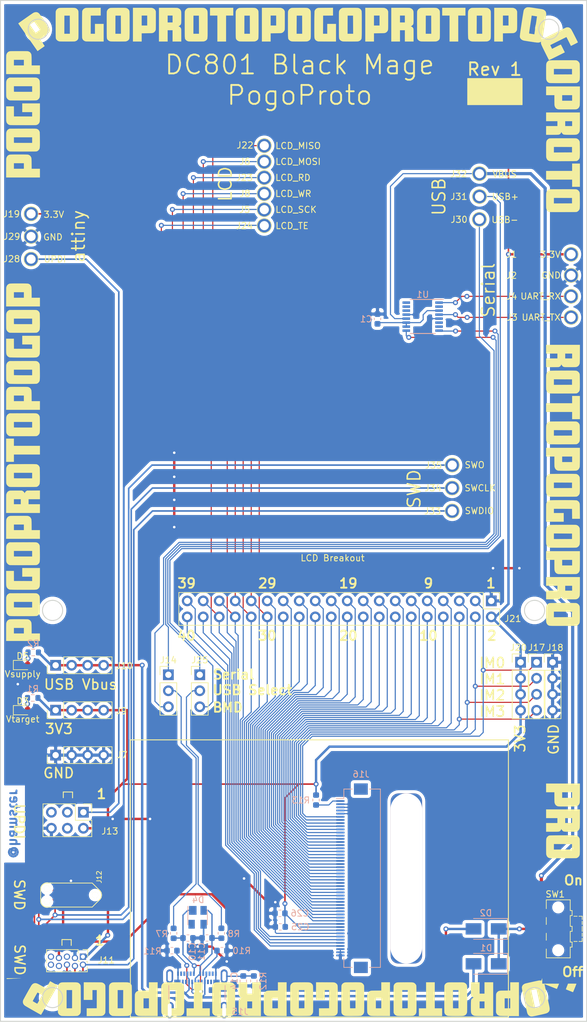
<source format=kicad_pcb>
(kicad_pcb (version 20171130) (host pcbnew "(5.1.9)-1")
  (title_block (title "DC801 Badge - BM Pogo Fixture") (date 2021-01-15) (rev 1) (company DC801) (comment 1 "codename purplewizard") (comment 4 "@hamster and the dc801 badge team"))
  (layers (0 F.Cu signal) (31 B.Cu signal) (34 B.Paste user hide) (35 F.Paste user hide) (36 B.SilkS user) (37 F.SilkS user) (38 B.Mask user) (39 F.Mask user) (44 Edge.Cuts user))
  (net 0 "")
  (net 1 GND)
  (net 2 +3V3)
  (net 3 VBUS)
  (net 4 "Net-(C10-Pad2)")
  (net 5 "Net-(C11-Pad1)")
  (net 6 "Net-(C14-Pad1)")
  (net 7 TC_PWR)
  (net 8 UART_TX)
  (net 9 UART_RX)
  (net 10 "Net-(J11-Pad9)")
  (net 11 "Net-(J11-Pad8)")
  (net 12 SW0)
  (net 13 "Net-(J11-Pad5)")
  (net 14 SWCLK)
  (net 15 SWDIO)
  (net 16 "Net-(J12-Pad5)")
  (net 17 "Net-(J12-Pad9)")
  (net 18 "Net-(J12-Pad8)")
  (net 19 "Net-(J15-PadA8)")
  (net 20 "Net-(J15-PadB8)")
  (net 21 "Net-(J16-Pad1)")
  (net 22 "Net-(SW1-Pad1)")
  (net 23 TOUCH_X+)
  (net 24 TOUCH_X-)
  (net 25 TOUCH_Y+)
  (net 26 TOUCH_Y-)
  (net 27 UPDI)
  (net 28 "Net-(J11-Pad10)")
  (net 29 "Net-(J12-Pad10)")
  (net 30 USB-)
  (net 31 USB+)
  (net 32 "Net-(J13-Pad3)")
  (net 33 "Net-(J13-Pad4)")
  (net 34 "Net-(J13-Pad5)")
  (net 35 TE)
  (net 36 CSX)
  (net 37 DCX)
  (net 38 WRX)
  (net 39 RD)
  (net 40 SDI)
  (net 41 SDO)
  (net 42 DB0)
  (net 43 DB1)
  (net 44 DB2)
  (net 45 DB3)
  (net 46 DB4)
  (net 47 DB5)
  (net 48 DB6)
  (net 49 DB7)
  (net 50 DB8)
  (net 51 DB9)
  (net 52 DB10)
  (net 53 DB11)
  (net 54 DB12)
  (net 55 DB13)
  (net 56 DB14)
  (net 57 DB15)
  (net 58 DB16)
  (net 59 DB17)
  (net 60 DE)
  (net 61 DOTCLK)
  (net 62 HSYNC)
  (net 63 VSYNC)
  (net 64 RESET)
  (net 65 IM3)
  (net 66 IM2)
  (net 67 IM1)
  (net 68 IM0)
  (net 69 "Net-(J15-PadB5)")
  (net 70 "Net-(J15-PadA5)")
  (net 71 "Net-(D1-Pad1)")
  (net 72 "Net-(D3-Pad2)")
  (net 73 "Net-(D5-Pad2)")
  (net 74 +VSW)
  (net 75 VCC)
  (net 76 Serial-)
  (net 77 BMD-)
  (net 78 BMD+)
  (net 79 Serial+)
  (net 80 "Net-(U1-Pad2)")
  (net 81 "Net-(U1-Pad6)")
  (net 82 "Net-(U1-Pad7)")
  (net 83 "Net-(U1-Pad14)")
  (net 84 "Net-(U1-Pad15)")
  (net 85 "Net-(U1-Pad16)")
  (module lib_fp:FrontSilk (layer F.Cu) (at 170.5156 99.5636)
    (fp_text reference G*** hide)
    (fp_text value LOGO hide)
  )
  (module lib_fp:LCD_display (layer F.Cu) (at 174.7056 157.7436)
    (fp_text reference REF** hide)
    (fp_text value LCD_display hide)
    (pad "" np_thru_hole roundrect (at 13.8 0) (size 5 27) (drill oval 5 27) (layers *.Cu *.Mask))
  )
  (module lib_fp:PogoSocket (layer F.Cu) (at 214.6556 58.7036)
    (fp_text reference J1 (at -9.46 0.02) (layer F.SilkS))
    (fp_text value 3.3V (at -3.3 0.03) (layer F.SilkS))
    (pad 1 thru_hole circle (at 0 0) (size 2.2 2.2) (drill 1.45) (layers *.Cu *.Mask) (net 2 +3V3))
  )
  (module lib_fp:PogoSocket (layer F.Cu) (at 214.6556 62.036933)
    (fp_text reference J2 (at -9.46 0.026667) (layer F.SilkS))
    (fp_text value GND (at -3.18 -0.003333) (layer F.SilkS))
    (pad 1 thru_hole circle (at 0 0) (size 2.2 2.2) (drill 1.45) (layers *.Cu *.Mask) (net 1 GND))
  )
  (module lib_fp:PogoSocket (layer F.Cu) (at 214.6556 68.7036)
    (fp_text reference J3 (at -9.35 0) (layer F.SilkS))
    (fp_text value UART_TX (at -4.76 0) (layer F.SilkS))
    (pad 1 thru_hole circle (at 0 0) (size 2.2 2.2) (drill 1.45) (layers *.Cu *.Mask) (net 8 UART_TX))
  )
  (module lib_fp:PogoSocket (layer F.Cu) (at 214.6356 65.3636)
    (fp_text reference J4 (at -9.4 0.01) (layer F.SilkS))
    (fp_text value UART_RX (at -4.82 -0.01) (layer F.SilkS))
    (pad 1 thru_hole circle (at 0 0) (size 2.2 2.2) (drill 1.45) (layers *.Cu *.Mask) (net 9 UART_RX))
  )
  (module lib_fp:PogoSocket (layer F.Cu) (at 165.9556 51.6056)
    (fp_text reference J5 (at -3.1 -0.002) (layer F.SilkS))
    (fp_text value LCD_SCK (at 5.04 -0.002) (layer F.SilkS))
    (pad 1 thru_hole circle (at 0 0) (size 2.2 2.2) (drill 1.45) (layers *.Cu *.Mask) (net 37 DCX))
  )
  (module lib_fp:PogoSocket (layer F.Cu) (at 165.9556 43.9916)
    (fp_text reference J6 (at -3.07 -0.018) (layer F.SilkS))
    (fp_text value LCD_MOSI (at 5.37 0.002) (layer F.SilkS))
    (pad 1 thru_hole circle (at 0 0) (size 2.2 2.2) (drill 1.45) (layers *.Cu *.Mask) (net 40 SDI))
  )
  (module lib_fp:PogoSocket (layer F.Cu) (at 165.9556 49.0676)
    (fp_text reference J8 (at -3.06 -0.014) (layer F.SilkS))
    (fp_text value LCD_WR (at 4.61 0.006) (layer F.SilkS))
    (pad 1 thru_hole circle (at 0 0) (size 2.2 2.2) (drill 1.45) (layers *.Cu *.Mask) (net 38 WRX))
  )
  (module lib_fp:PogoSocket (layer F.Cu) (at 128.9436 52.2736)
    (fp_text reference J19 (at -3.118 0.03) (layer F.SilkS))
    (fp_text value 3.3V (at 3.612 0.11) (layer F.SilkS))
    (pad 1 thru_hole circle (at 0 0) (size 2.2 2.2) (drill 1.45) (layers *.Cu *.Mask) (net 2 +3V3))
  )
  (module lib_fp:PogoSocket (layer F.Cu) (at 165.9556 41.4536)
    (fp_text reference J22 (at -3.06 -0.06) (layer F.SilkS))
    (fp_text value LCD_MISO (at 5.37 0.02) (layer F.SilkS))
    (pad 1 thru_hole circle (at 0 0) (size 2.2 2.2) (drill 1.45) (layers *.Cu *.Mask) (net 41 SDO))
  )
  (module lib_fp:PogoSocket (layer F.Cu) (at 165.9556 46.5296)
    (fp_text reference J23 (at -3.14 0.004) (layer F.SilkS))
    (fp_text value LCD_RD (at 4.55 0.004) (layer F.SilkS))
    (pad 1 thru_hole circle (at 0 0) (size 2.2 2.2) (drill 1.45) (layers *.Cu *.Mask) (net 39 RD))
  )
  (module lib_fp:PogoSocket (layer F.Cu) (at 165.9556 54.1436)
    (fp_text reference J24 (at -3.14 0.04) (layer F.SilkS))
    (fp_text value LCD_TE (at 4.41 0.03) (layer F.SilkS))
    (pad 1 thru_hole circle (at 0 0) (size 2.2 2.2) (drill 1.45) (layers *.Cu *.Mask) (net 35 TE))
  )
  (module lib_fp:PogoSocket (layer F.Cu) (at 128.9436 59.4636)
    (fp_text reference J28 (at -3.088 -0.03) (layer F.SilkS))
    (fp_text value UPDI (at 3.802 0) (layer F.SilkS))
    (pad 1 thru_hole circle (at 0 0) (size 2.2 2.2) (drill 1.45) (layers *.Cu *.Mask) (net 27 UPDI))
  )
  (module lib_fp:PogoSocket (layer F.Cu) (at 128.9436 55.8686)
    (fp_text reference J29 (at -3.068 0.015) (layer F.SilkS))
    (fp_text value GND (at 3.472 0.095) (layer F.SilkS))
    (pad 1 thru_hole circle (at 0 0) (size 2.2 2.2) (drill 1.45) (layers *.Cu *.Mask) (net 1 GND))
  )
  (module lib_fp:PogoSocket (layer F.Cu) (at 200.0956 53.1536)
    (fp_text reference J30 (at -3.22 0.03) (layer F.SilkS))
    (fp_text value USB- (at 4.05 0.06) (layer F.SilkS))
    (pad 1 thru_hole circle (at 0 0) (size 2.2 2.2) (drill 1.45) (layers *.Cu *.Mask) (net 77 BMD-))
  )
  (module lib_fp:PogoSocket (layer F.Cu) (at 200.1156 49.5236)
    (fp_text reference J31 (at -3.27 0.02) (layer F.SilkS))
    (fp_text value USB+ (at 4.09 0.02) (layer F.SilkS))
    (pad 1 thru_hole circle (at 0 0) (size 2.2 2.2) (drill 1.45) (layers *.Cu *.Mask) (net 78 BMD+))
  )
  (module lib_fp:PogoSocket (layer F.Cu) (at 200.1156 45.8936)
    (fp_text reference J32 (at -3.31 0.05) (layer F.SilkS))
    (fp_text value VBUS (at 4 0.09) (layer F.SilkS))
    (pad 1 thru_hole circle (at 0 0) (size 2.2 2.2) (drill 1.45) (layers *.Cu *.Mask) (net 74 +VSW))
  )
  (module lib_fp:PogoSocket (layer F.Cu) (at 195.7856 99.4236)
    (fp_text reference J33 (at -3.11 0.02) (layer F.SilkS))
    (fp_text value SWDIO (at 4.31 -0.02) (layer F.SilkS))
    (pad 1 thru_hole circle (at 0 0) (size 2.2 2.2) (drill 1.45) (layers *.Cu *.Mask) (net 15 SWDIO))
  )
  (module lib_fp:PogoSocket (layer F.Cu) (at 195.7856 95.7836)
    (fp_text reference J34 (at -3.03 -0.01) (layer F.SilkS))
    (fp_text value SWCLK (at 4.42 0) (layer F.SilkS))
    (pad 1 thru_hole circle (at 0 0) (size 2.2 2.2) (drill 1.45) (layers *.Cu *.Mask) (net 14 SWCLK))
  )
  (module lib_fp:PogoSocket (layer F.Cu) (at 195.7856 92.1436)
    (fp_text reference J35 (at -2.96 0.03) (layer F.SilkS))
    (fp_text value SWO (at 3.56 -0.02) (layer F.SilkS))
    (pad 1 thru_hole circle (at 0 0) (size 2.2 2.2) (drill 1.45) (layers *.Cu *.Mask) (net 12 SW0))
  )
  (module Diode_SMD:D_SMA (layer B.Cu) (at 201.1656 171.2836 180)
    (fp_text reference D1 (at 0 2.5) (layer B.SilkS) (effects (justify mirror)))
    (fp_text value D_Schottky)
    (pad 2 smd rect (at 2 0 180) (size 2.5 1.8) (layers B.Cu B.Paste B.Mask) (net 3 VBUS))
    (pad 1 smd rect (at -2 0 180) (size 2.5 1.8) (layers B.Cu B.Paste B.Mask) (net 71 "Net-(D1-Pad1)"))
  )
  (module lib_fp:SW_SPDT_CK-JS102011SAQN (layer F.Cu) (at 212.6156 165.7336 90)
    (fp_text reference SW1 (at 5.49402 -0.48768) (layer F.SilkS))
    (fp_text value Power)
    (pad "" np_thru_hole circle (at 3.4 0 90) (size 0.9 0.9) (drill 0.9) (layers *.Cu *.Mask))
    (pad "" np_thru_hole circle (at -3.4 0 90) (size 0.9 0.9) (drill 0.9) (layers *.Cu *.Mask))
    (pad 3 smd rect (at 2.5 -2.75 90) (size 1.25 2.5) (layers F.Cu F.Paste F.Mask) (net 74 +VSW))
    (pad 2 smd rect (at 0 -2.75 90) (size 1.25 2.5) (layers F.Cu F.Paste F.Mask) (net 71 "Net-(D1-Pad1)"))
    (pad 1 smd rect (at -2.5 -2.75 90) (size 1.25 2.5) (layers F.Cu F.Paste F.Mask) (net 22 "Net-(SW1-Pad1)"))
  )
  (module Capacitor_SMD:C_0603_1608Metric (layer B.Cu) (at 168.4456 163.2736)
    (fp_text reference C26 (at 3.15 -0.01) (layer B.SilkS) (effects (justify mirror)))
    (fp_text value 10uF)
    (pad 1 smd roundrect (at -0.7875 0) (size 0.875 0.95) (layers B.Cu B.Paste B.Mask) (net 1 GND))
    (pad 2 smd roundrect (at 0.7875 0) (size 0.875 0.95) (layers B.Cu B.Paste B.Mask) (net 2 +3V3))
  )
  (module Connector_FFC-FPC:Hirose_FH12-50S-0.5SH_1x50-1MP_P0.50mm_Horizontal (layer B.Cu) (at 179.8856 157.7036 270)
    (fp_text reference J16 (at -16.5 -1.43 180) (layer B.SilkS) (effects (justify mirror)))
    (fp_text value Conn_01x50)
    (pad 50 smd rect (at 12.25 1.85 270) (size 0.3 1.3) (layers B.Cu B.Paste B.Mask) (net 1 GND))
    (pad 49 smd rect (at 11.75 1.85 270) (size 0.3 1.3) (layers B.Cu B.Paste B.Mask) (net 1 GND))
    (pad 48 smd rect (at 11.25 1.85 270) (size 0.3 1.3) (layers B.Cu B.Paste B.Mask) (net 1 GND))
    (pad 47 smd rect (at 10.75 1.85 270) (size 0.3 1.3) (layers B.Cu B.Paste B.Mask) (net 26 TOUCH_Y-))
    (pad 46 smd rect (at 10.25 1.85 270) (size 0.3 1.3) (layers B.Cu B.Paste B.Mask) (net 24 TOUCH_X-))
    (pad 45 smd rect (at 9.75 1.85 270) (size 0.3 1.3) (layers B.Cu B.Paste B.Mask) (net 25 TOUCH_Y+))
    (pad 44 smd rect (at 9.25 1.85 270) (size 0.3 1.3) (layers B.Cu B.Paste B.Mask) (net 23 TOUCH_X+))
    (pad 43 smd rect (at 8.75 1.85 270) (size 0.3 1.3) (layers B.Cu B.Paste B.Mask) (net 1 GND))
    (pad 42 smd rect (at 8.25 1.85 270) (size 0.3 1.3) (layers B.Cu B.Paste B.Mask) (net 2 +3V3))
    (pad 41 smd rect (at 7.75 1.85 270) (size 0.3 1.3) (layers B.Cu B.Paste B.Mask) (net 2 +3V3))
    (pad 40 smd rect (at 7.25 1.85 270) (size 0.3 1.3) (layers B.Cu B.Paste B.Mask) (net 2 +3V3))
    (pad 39 smd rect (at 6.75 1.85 270) (size 0.3 1.3) (layers B.Cu B.Paste B.Mask) (net 35 TE))
    (pad 38 smd rect (at 6.25 1.85 270) (size 0.3 1.3) (layers B.Cu B.Paste B.Mask) (net 36 CSX))
    (pad 37 smd rect (at 5.75 1.85 270) (size 0.3 1.3) (layers B.Cu B.Paste B.Mask) (net 37 DCX))
    (pad 36 smd rect (at 5.25 1.85 270) (size 0.3 1.3) (layers B.Cu B.Paste B.Mask) (net 38 WRX))
    (pad 35 smd rect (at 4.75 1.85 270) (size 0.3 1.3) (layers B.Cu B.Paste B.Mask) (net 39 RD))
    (pad 34 smd rect (at 4.25 1.85 270) (size 0.3 1.3) (layers B.Cu B.Paste B.Mask) (net 40 SDI))
    (pad 33 smd rect (at 3.75 1.85 270) (size 0.3 1.3) (layers B.Cu B.Paste B.Mask) (net 41 SDO))
    (pad 32 smd rect (at 3.25 1.85 270) (size 0.3 1.3) (layers B.Cu B.Paste B.Mask) (net 42 DB0))
    (pad 31 smd rect (at 2.75 1.85 270) (size 0.3 1.3) (layers B.Cu B.Paste B.Mask) (net 43 DB1))
    (pad 30 smd rect (at 2.25 1.85 270) (size 0.3 1.3) (layers B.Cu B.Paste B.Mask) (net 44 DB2))
    (pad 29 smd rect (at 1.75 1.85 270) (size 0.3 1.3) (layers B.Cu B.Paste B.Mask) (net 45 DB3))
    (pad 28 smd rect (at 1.25 1.85 270) (size 0.3 1.3) (layers B.Cu B.Paste B.Mask) (net 46 DB4))
    (pad 27 smd rect (at 0.75 1.85 270) (size 0.3 1.3) (layers B.Cu B.Paste B.Mask) (net 47 DB5))
    (pad 26 smd rect (at 0.25 1.85 270) (size 0.3 1.3) (layers B.Cu B.Paste B.Mask) (net 48 DB6))
    (pad 25 smd rect (at -0.25 1.85 270) (size 0.3 1.3) (layers B.Cu B.Paste B.Mask) (net 49 DB7))
    (pad 24 smd rect (at -0.75 1.85 270) (size 0.3 1.3) (layers B.Cu B.Paste B.Mask) (net 50 DB8))
    (pad 23 smd rect (at -1.25 1.85 270) (size 0.3 1.3) (layers B.Cu B.Paste B.Mask) (net 51 DB9))
    (pad 22 smd rect (at -1.75 1.85 270) (size 0.3 1.3) (layers B.Cu B.Paste B.Mask) (net 52 DB10))
    (pad 21 smd rect (at -2.25 1.85 270) (size 0.3 1.3) (layers B.Cu B.Paste B.Mask) (net 53 DB11))
    (pad 20 smd rect (at -2.75 1.85 270) (size 0.3 1.3) (layers B.Cu B.Paste B.Mask) (net 54 DB12))
    (pad 19 smd rect (at -3.25 1.85 270) (size 0.3 1.3) (layers B.Cu B.Paste B.Mask) (net 55 DB13))
    (pad 18 smd rect (at -3.75 1.85 270) (size 0.3 1.3) (layers B.Cu B.Paste B.Mask) (net 56 DB14))
    (pad 17 smd rect (at -4.25 1.85 270) (size 0.3 1.3) (layers B.Cu B.Paste B.Mask) (net 57 DB15))
    (pad 16 smd rect (at -4.75 1.85 270) (size 0.3 1.3) (layers B.Cu B.Paste B.Mask) (net 58 DB16))
    (pad 15 smd rect (at -5.25 1.85 270) (size 0.3 1.3) (layers B.Cu B.Paste B.Mask) (net 59 DB17))
    (pad 14 smd rect (at -5.75 1.85 270) (size 0.3 1.3) (layers B.Cu B.Paste B.Mask) (net 60 DE))
    (pad 13 smd rect (at -6.25 1.85 270) (size 0.3 1.3) (layers B.Cu B.Paste B.Mask) (net 61 DOTCLK))
    (pad 12 smd rect (at -6.75 1.85 270) (size 0.3 1.3) (layers B.Cu B.Paste B.Mask) (net 62 HSYNC))
    (pad 11 smd rect (at -7.25 1.85 270) (size 0.3 1.3) (layers B.Cu B.Paste B.Mask) (net 63 VSYNC))
    (pad 10 smd rect (at -7.75 1.85 270) (size 0.3 1.3) (layers B.Cu B.Paste B.Mask) (net 64 RESET))
    (pad 9 smd rect (at -8.25 1.85 270) (size 0.3 1.3) (layers B.Cu B.Paste B.Mask) (net 65 IM3))
    (pad 8 smd rect (at -8.75 1.85 270) (size 0.3 1.3) (layers B.Cu B.Paste B.Mask) (net 66 IM2))
    (pad 7 smd rect (at -9.25 1.85 270) (size 0.3 1.3) (layers B.Cu B.Paste B.Mask) (net 67 IM1))
    (pad 6 smd rect (at -9.75 1.85 270) (size 0.3 1.3) (layers B.Cu B.Paste B.Mask) (net 68 IM0))
    (pad 5 smd rect (at -10.25 1.85 270) (size 0.3 1.3) (layers B.Cu B.Paste B.Mask) (net 1 GND))
    (pad 4 smd rect (at -10.75 1.85 270) (size 0.3 1.3) (layers B.Cu B.Paste B.Mask) (net 1 GND))
    (pad 3 smd rect (at -11.25 1.85 270) (size 0.3 1.3) (layers B.Cu B.Paste B.Mask) (net 1 GND))
    (pad 2 smd rect (at -11.75 1.85 270) (size 0.3 1.3) (layers B.Cu B.Paste B.Mask) (net 1 GND))
    (pad 1 smd rect (at -12.25 1.85 270) (size 0.3 1.3) (layers B.Cu B.Paste B.Mask) (net 21 "Net-(J16-Pad1)"))
    (pad MP smd rect (at -14.15 -1.4 270) (size 1.8 2.2) (layers B.Cu B.Paste B.Mask))
    (pad MP smd rect (at 14.15 -1.4 270) (size 1.8 2.2) (layers B.Cu B.Paste B.Mask))
  )
  (module Diode_SMD:D_SMA (layer B.Cu) (at 201.1656 165.7436 180)
    (fp_text reference D2 (at 0.04 2.52) (layer B.SilkS) (effects (justify mirror)))
    (fp_text value D_Schottky)
    (pad 2 smd rect (at 2 0 180) (size 2.5 1.8) (layers B.Cu B.Paste B.Mask) (net 7 TC_PWR))
    (pad 1 smd rect (at -2 0 180) (size 2.5 1.8) (layers B.Cu B.Paste B.Mask) (net 71 "Net-(D1-Pad1)"))
  )
  (module Capacitor_SMD:C_0603_1608Metric (layer B.Cu) (at 153.842268 167.1936 180)
    (fp_text reference C10 (at -0.693332 -2.15 270) (layer B.SilkS) (effects (justify mirror)))
    (fp_text value 47pF)
    (pad 2 smd roundrect (at 0.7875 0 180) (size 0.875 0.95) (layers B.Cu B.Paste B.Mask) (net 4 "Net-(C10-Pad2)"))
    (pad 1 smd roundrect (at -0.7875 0 180) (size 0.875 0.95) (layers B.Cu B.Paste B.Mask) (net 1 GND))
  )
  (module Capacitor_SMD:C_0603_1608Metric (layer B.Cu) (at 156.868934 167.1836 180)
    (fp_text reference C11 (at 0.873334 -2.18 270) (layer B.SilkS) (effects (justify mirror)))
    (fp_text value 47pF)
    (pad 2 smd roundrect (at 0.7875 0 180) (size 0.875 0.95) (layers B.Cu B.Paste B.Mask) (net 1 GND))
    (pad 1 smd roundrect (at -0.7875 0 180) (size 0.875 0.95) (layers B.Cu B.Paste B.Mask) (net 5 "Net-(C11-Pad1)"))
  )
  (module Capacitor_SMD:C_0603_1608Metric (layer B.Cu) (at 162.6256 174.0036 270)
    (fp_text reference C14 (at 0 1.43 90) (layer B.SilkS) (effects (justify mirror)))
    (fp_text value 0.1uF)
    (pad 2 smd roundrect (at 0.7875 0 270) (size 0.875 0.95) (layers B.Cu B.Paste B.Mask) (net 1 GND))
    (pad 1 smd roundrect (at -0.7875 0 270) (size 0.875 0.95) (layers B.Cu B.Paste B.Mask) (net 6 "Net-(C14-Pad1)"))
  )
  (module Package_TO_SOT_SMD:SOT-143 (layer B.Cu) (at 155.3756 163.9036 270)
    (fp_text reference D4 (at -2.78 -0.09 180) (layer B.SilkS) (effects (justify mirror)))
    (fp_text value SP0503BAHT)
    (pad 4 smd rect (at 1.1 0.95) (size 1 1.4) (layers B.Cu B.Paste B.Mask))
    (pad 3 smd rect (at 1.1 -0.95) (size 1 1.4) (layers B.Cu B.Paste B.Mask) (net 1 GND))
    (pad 2 smd rect (at -1.1 -0.95) (size 1 1.4) (layers B.Cu B.Paste B.Mask) (net 5 "Net-(C11-Pad1)"))
    (pad 1 smd rect (at -1.1 0.77) (size 1.2 1.4) (layers B.Cu B.Paste B.Mask) (net 4 "Net-(C10-Pad2)"))
  )
  (module Resistor_SMD:R_0603_1608Metric (layer B.Cu) (at 174.1756 145.2936 270)
    (fp_text reference R13 (at 0.04 2.43 180) (layer B.SilkS) (effects (justify mirror)))
    (fp_text value 33R)
    (pad 2 smd roundrect (at 0.7875 0 270) (size 0.875 0.95) (layers B.Cu B.Paste B.Mask) (net 21 "Net-(J16-Pad1)"))
    (pad 1 smd roundrect (at -0.7875 0 270) (size 0.875 0.95) (layers B.Cu B.Paste B.Mask) (net 2 +3V3))
  )
  (module Resistor_SMD:R_0603_1608Metric (layer B.Cu) (at 151.5656 166.4436 90)
    (fp_text reference R7 (at -0.09 -1.88 180) (layer B.SilkS) (effects (justify mirror)))
    (fp_text value 27R)
    (pad 2 smd roundrect (at 0.7875 0 90) (size 0.875 0.95) (layers B.Cu B.Paste B.Mask) (net 30 USB-))
    (pad 1 smd roundrect (at -0.7875 0 90) (size 0.875 0.95) (layers B.Cu B.Paste B.Mask) (net 4 "Net-(C10-Pad2)"))
  )
  (module Resistor_SMD:R_0603_1608Metric (layer B.Cu) (at 151.3056 169.1936)
    (fp_text reference R11 (at -3.11 0.08) (layer B.SilkS) (effects (justify mirror)))
    (fp_text value 5.1k)
    (pad 2 smd roundrect (at 0.7875 0) (size 0.875 0.95) (layers B.Cu B.Paste B.Mask) (net 69 "Net-(J15-PadB5)"))
    (pad 1 smd roundrect (at -0.7875 0) (size 0.875 0.95) (layers B.Cu B.Paste B.Mask) (net 1 GND))
  )
  (module Resistor_SMD:R_0603_1608Metric (layer B.Cu) (at 159.2356 169.1936)
    (fp_text reference R10 (at 3.14 0.02) (layer B.SilkS) (effects (justify mirror)))
    (fp_text value 5.1k)
    (pad 2 smd roundrect (at 0.7875 0) (size 0.875 0.95) (layers B.Cu B.Paste B.Mask) (net 1 GND))
    (pad 1 smd roundrect (at -0.7875 0) (size 0.875 0.95) (layers B.Cu B.Paste B.Mask) (net 70 "Net-(J15-PadA5)"))
  )
  (module Tag-Connect:TC2050-NL_SMALL (layer F.Cu) (at 135.2956 160.3736 180)
    (fp_text reference J12 (at -4.44956 2.86986 90) (layer F.SilkS) (effects (font (size 0.75692 0.75692) (thickness 0.127))))
    (fp_text value TagConnect hide)
    (pad "" np_thru_hole circle (at 3.81 1.016 180) (size 0.98552 0.98552) (drill 0.98552) (layers *.Cu *.Mask F.SilkS))
    (pad "" np_thru_hole circle (at 3.81 -1.016 180) (size 0.98552 0.98552) (drill 0.98552) (layers *.Cu *.Mask F.SilkS))
    (pad "" np_thru_hole circle (at -3.81 0 180) (size 0.98806 0.98806) (drill 0.98806) (layers *.Cu *.Mask F.SilkS))
    (pad 8 connect circle (at 0 -0.635 180) (size 0.78486 0.78486) (layers F.Cu F.Mask) (net 18 "Net-(J12-Pad8)"))
    (pad 3 connect circle (at 0 0.635 180) (size 0.78486 0.78486) (layers F.Cu F.Mask) (net 1 GND))
    (pad 9 connect circle (at -1.27 -0.635 180) (size 0.78486 0.78486) (layers F.Cu F.Mask) (net 17 "Net-(J12-Pad9)"))
    (pad 2 connect circle (at -1.27 0.635 180) (size 0.78486 0.78486) (layers F.Cu F.Mask) (net 15 SWDIO))
    (pad 10 connect circle (at -2.54 -0.635 180) (size 0.78486 0.78486) (layers F.Cu F.Mask) (net 29 "Net-(J12-Pad10)"))
    (pad 1 connect circle (at -2.54 0.635 180) (size 0.78486 0.78486) (layers F.Cu F.Mask) (net 2 +3V3))
    (pad 4 connect circle (at 1.27 0.635 180) (size 0.78486 0.78486) (layers F.Cu F.Mask) (net 14 SWCLK))
    (pad 7 connect circle (at 1.27 -0.635 180) (size 0.78486 0.78486) (layers F.Cu F.Mask) (net 7 TC_PWR))
    (pad 5 connect circle (at 2.54 0.635 180) (size 0.78486 0.78486) (layers F.Cu F.Mask) (net 16 "Net-(J12-Pad5)"))
    (pad 6 connect circle (at 2.54 -0.635 180) (size 0.78486 0.78486) (layers F.Cu F.Mask) (net 12 SW0))
  )
  (module Resistor_SMD:R_0603_1608Metric (layer B.Cu) (at 159.1456 166.4336 90)
    (fp_text reference R8 (at -0.09 1.98 180) (layer B.SilkS) (effects (justify mirror)))
    (fp_text value 27R)
    (pad 2 smd roundrect (at 0.7875 0 90) (size 0.875 0.95) (layers B.Cu B.Paste B.Mask) (net 31 USB+))
    (pad 1 smd roundrect (at -0.7875 0 90) (size 0.875 0.95) (layers B.Cu B.Paste B.Mask) (net 5 "Net-(C11-Pad1)"))
  )
  (module lib_fp:PinHeader_2x05_P1.27mm_Vertical_Sneaky (layer F.Cu) (at 137.1756 170.1536 270)
    (fp_text reference J11 (at 0.55 -3.7 180) (layer F.SilkS))
    (fp_text value SWD)
    (pad 1 thru_hole rect (at 0 0 270) (size 1 1) (drill 0.65) (layers *.Cu *.Mask) (net 2 +3V3))
    (pad 2 thru_hole oval (at 1.27 0 270) (size 1 1) (drill 0.65) (layers *.Cu *.Mask) (net 15 SWDIO))
    (pad 3 thru_hole oval (at 0.2 1.27 270) (size 1 1) (drill 0.65) (layers *.Cu *.Mask) (net 1 GND))
    (pad 4 thru_hole oval (at 1.47 1.27 270) (size 1 1) (drill 0.65) (layers *.Cu *.Mask) (net 14 SWCLK))
    (pad 5 thru_hole oval (at 0 2.54 270) (size 1 1) (drill 0.65) (layers *.Cu *.Mask) (net 13 "Net-(J11-Pad5)"))
    (pad 6 thru_hole oval (at 1.27 2.54 270) (size 1 1) (drill 0.65) (layers *.Cu *.Mask) (net 12 SW0))
    (pad 7 thru_hole oval (at 0.2 3.81 270) (size 1 1) (drill 0.65) (layers *.Cu *.Mask) (net 7 TC_PWR))
    (pad 8 thru_hole oval (at 1.47 3.81 270) (size 1 1) (drill 0.65) (layers *.Cu *.Mask) (net 11 "Net-(J11-Pad8)"))
    (pad 9 thru_hole oval (at 0 5.08 270) (size 1 1) (drill 0.65) (layers *.Cu *.Mask) (net 10 "Net-(J11-Pad9)"))
    (pad 10 thru_hole oval (at 1.27 5.08 270) (size 1 1) (drill 0.65) (layers *.Cu *.Mask) (net 28 "Net-(J11-Pad10)"))
  )
  (module lib_fp:MOLEX_105450-0101 (layer B.Cu) (at 155.2656 176.6236 180)
    (fp_text reference J15 (at -6.85 -2.26 180) (layer B.SilkS) (effects (justify mirror)))
    (fp_text value USB_C_Receptacle_USB2.0)
    (pad S4 thru_hole oval (at 4.32 -2 180) (size 1.3 2.6) (drill oval 0.6 2.1) (layers *.Cu *.Mask))
    (pad S3 thru_hole oval (at -4.32 -2 180) (size 1.3 2.6) (drill oval 0.6 2.1) (layers *.Cu *.Mask))
    (pad S2 thru_hole oval (at 4.32 3.36 180) (size 1.1 2.2) (drill oval 0.6 1.6) (layers *.Cu *.Mask))
    (pad S1 thru_hole oval (at -4.32 3.36 180) (size 1.1 2.2) (drill oval 0.6 1.6) (layers *.Cu *.Mask) (net 6 "Net-(C14-Pad1)"))
    (pad B12 smd rect (at -3.1 2.47 180) (size 1 0.7) (layers B.Cu B.Paste B.Mask) (net 1 GND))
    (pad B11 smd rect (at -2.25 2.47 180) (size 0.3 0.7) (layers B.Cu B.Paste B.Mask))
    (pad B10 smd rect (at -1.75 2.47 180) (size 0.3 0.7) (layers B.Cu B.Paste B.Mask))
    (pad B9 smd rect (at -1.25 2.47 180) (size 0.3 0.7) (layers B.Cu B.Paste B.Mask) (net 3 VBUS))
    (pad B8 smd rect (at -0.75 2.47 180) (size 0.3 0.7) (layers B.Cu B.Paste B.Mask) (net 20 "Net-(J15-PadB8)"))
    (pad B7 smd rect (at -0.25 2.47 180) (size 0.3 0.7) (layers B.Cu B.Paste B.Mask) (net 4 "Net-(C10-Pad2)"))
    (pad B6 smd rect (at 0.25 2.47 180) (size 0.3 0.7) (layers B.Cu B.Paste B.Mask) (net 5 "Net-(C11-Pad1)"))
    (pad B5 smd rect (at 0.75 2.47 180) (size 0.3 0.7) (layers B.Cu B.Paste B.Mask) (net 69 "Net-(J15-PadB5)"))
    (pad B4 smd rect (at 1.25 2.47 180) (size 0.3 0.7) (layers B.Cu B.Paste B.Mask) (net 3 VBUS))
    (pad B3 smd rect (at 1.75 2.47 180) (size 0.3 0.7) (layers B.Cu B.Paste B.Mask))
    (pad B2 smd rect (at 2.25 2.47 180) (size 0.3 0.7) (layers B.Cu B.Paste B.Mask))
    (pad B1 smd rect (at 3.1 2.47 180) (size 1 0.7) (layers B.Cu B.Paste B.Mask) (net 1 GND))
    (pad A12 smd rect (at 3 3.77 180) (size 0.3 0.7) (layers B.Cu B.Paste B.Mask) (net 1 GND))
    (pad A11 smd rect (at 2.5 3.77 180) (size 0.3 0.7) (layers B.Cu B.Paste B.Mask))
    (pad A10 smd rect (at 2 3.77 180) (size 0.3 0.7) (layers B.Cu B.Paste B.Mask))
    (pad A9 smd rect (at 1.5 3.77 180) (size 0.3 0.7) (layers B.Cu B.Paste B.Mask) (net 3 VBUS))
    (pad A8 smd rect (at 1 3.77 180) (size 0.3 0.7) (layers B.Cu B.Paste B.Mask) (net 19 "Net-(J15-PadA8)"))
    (pad A7 smd rect (at 0.5 3.77 180) (size 0.3 0.7) (layers B.Cu B.Paste B.Mask) (net 4 "Net-(C10-Pad2)"))
    (pad A6 smd rect (at -0.5 3.77 180) (size 0.3 0.7) (layers B.Cu B.Paste B.Mask) (net 5 "Net-(C11-Pad1)"))
    (pad A5 smd rect (at -1 3.77 180) (size 0.3 0.7) (layers B.Cu B.Paste B.Mask) (net 70 "Net-(J15-PadA5)"))
    (pad A4 smd rect (at -1.5 3.77 180) (size 0.3 0.7) (layers B.Cu B.Paste B.Mask) (net 3 VBUS))
    (pad A3 smd rect (at -2 3.77 180) (size 0.3 0.7) (layers B.Cu B.Paste B.Mask))
    (pad A2 smd rect (at -2.5 3.77 180) (size 0.3 0.7) (layers B.Cu B.Paste B.Mask))
    (pad A1 smd rect (at -3 3.77 180) (size 0.3 0.7) (layers B.Cu B.Paste B.Mask) (net 1 GND))
  )
  (module Resistor_SMD:R_0603_1608Metric (layer B.Cu) (at 164.2956 174.0036 270)
    (fp_text reference R12 (at 0.01 -1.47 90) (layer B.SilkS) (effects (justify mirror)))
    (fp_text value 10k)
    (pad 2 smd roundrect (at 0.7875 0 270) (size 0.875 0.95) (layers B.Cu B.Paste B.Mask) (net 1 GND))
    (pad 1 smd roundrect (at -0.7875 0 270) (size 0.875 0.95) (layers B.Cu B.Paste B.Mask) (net 6 "Net-(C14-Pad1)"))
  )
  (module Capacitor_SMD:C_0603_1608Metric (layer B.Cu) (at 168.4956 165.4236)
    (fp_text reference C25 (at 3.17 0) (layer B.SilkS) (effects (justify mirror)))
    (fp_text value 0.1uF)
    (pad 1 smd roundrect (at -0.7875 0) (size 0.875 0.95) (layers B.Cu B.Paste B.Mask) (net 1 GND))
    (pad 2 smd roundrect (at 0.7875 0) (size 0.875 0.95) (layers B.Cu B.Paste B.Mask) (net 2 +3V3))
  )
  (module Connector_PinHeader_2.54mm:PinHeader_1x04_P2.54mm_Vertical (layer F.Cu) (at 132.840601 138.168599 90)
    (fp_text reference J7 (at 0.034999 10.524999 180) (layer F.SilkS))
    (fp_text value GND)
    (pad 4 thru_hole oval (at 0 7.62 90) (size 1.7 1.7) (drill 1) (layers *.Cu *.Mask) (net 1 GND))
    (pad 3 thru_hole oval (at 0 5.08 90) (size 1.7 1.7) (drill 1) (layers *.Cu *.Mask) (net 1 GND))
    (pad 2 thru_hole oval (at 0 2.54 90) (size 1.7 1.7) (drill 1) (layers *.Cu *.Mask) (net 1 GND))
    (pad 1 thru_hole rect (at 0 0 90) (size 1.7 1.7) (drill 1) (layers *.Cu *.Mask) (net 1 GND))
  )
  (module Connector_PinHeader_2.54mm:PinHeader_1x04_P2.54mm_Vertical (layer F.Cu) (at 132.840601 131.038599 90)
    (fp_text reference J9 (at -0.135001 10.444999 180) (layer F.SilkS))
    (fp_text value 3V3)
    (pad 1 thru_hole rect (at 0 0 90) (size 1.7 1.7) (drill 1) (layers *.Cu *.Mask) (net 2 +3V3))
    (pad 2 thru_hole oval (at 0 2.54 90) (size 1.7 1.7) (drill 1) (layers *.Cu *.Mask) (net 2 +3V3))
    (pad 3 thru_hole oval (at 0 5.08 90) (size 1.7 1.7) (drill 1) (layers *.Cu *.Mask) (net 2 +3V3))
    (pad 4 thru_hole oval (at 0 7.62 90) (size 1.7 1.7) (drill 1) (layers *.Cu *.Mask) (net 2 +3V3))
  )
  (module Connector_PinHeader_2.54mm:PinHeader_1x04_P2.54mm_Vertical (layer F.Cu) (at 132.840601 123.908599 90)
    (fp_text reference J10 (at -0.105001 10.914999 180) (layer F.SilkS))
    (fp_text value "USB Vbus")
    (pad 1 thru_hole rect (at 0 0 90) (size 1.7 1.7) (drill 1) (layers *.Cu *.Mask) (net 3 VBUS))
    (pad 2 thru_hole oval (at 0 2.54 90) (size 1.7 1.7) (drill 1) (layers *.Cu *.Mask) (net 3 VBUS))
    (pad 3 thru_hole oval (at 0 5.08 90) (size 1.7 1.7) (drill 1) (layers *.Cu *.Mask) (net 3 VBUS))
    (pad 4 thru_hole oval (at 0 7.62 90) (size 1.7 1.7) (drill 1) (layers *.Cu *.Mask) (net 3 VBUS))
  )
  (module Connector_PinHeader_2.54mm:PinHeader_2x03_P2.54mm_Vertical (layer F.Cu) (at 137.2456 147.2336 270)
    (fp_text reference J13 (at 3.01 -4.2 180) (layer F.SilkS))
    (fp_text value "Atmel ICE UPDI")
    (pad 1 thru_hole rect (at 0 0 270) (size 1.7 1.7) (drill 1) (layers *.Cu *.Mask) (net 27 UPDI))
    (pad 2 thru_hole oval (at 2.54 0 270) (size 1.7 1.7) (drill 1) (layers *.Cu *.Mask) (net 2 +3V3))
    (pad 3 thru_hole oval (at 0 2.54 270) (size 1.7 1.7) (drill 1) (layers *.Cu *.Mask) (net 32 "Net-(J13-Pad3)"))
    (pad 4 thru_hole oval (at 2.54 2.54 270) (size 1.7 1.7) (drill 1) (layers *.Cu *.Mask) (net 33 "Net-(J13-Pad4)"))
    (pad 5 thru_hole oval (at 0 5.08 270) (size 1.7 1.7) (drill 1) (layers *.Cu *.Mask) (net 34 "Net-(J13-Pad5)"))
    (pad 6 thru_hole oval (at 2.54 5.08 270) (size 1.7 1.7) (drill 1) (layers *.Cu *.Mask) (net 1 GND))
  )
  (module Connector_PinHeader_2.54mm:PinHeader_1x04_P2.54mm_Vertical (layer F.Cu) (at 209.1756 123.4336)
    (fp_text reference J17 (at 0 -2.33) (layer F.SilkS))
    (fp_text value "Mode Select")
    (pad 1 thru_hole rect (at 0 0) (size 1.7 1.7) (drill 1) (layers *.Cu *.Mask) (net 68 IM0))
    (pad 2 thru_hole oval (at 0 2.54) (size 1.7 1.7) (drill 1) (layers *.Cu *.Mask) (net 67 IM1))
    (pad 3 thru_hole oval (at 0 5.08) (size 1.7 1.7) (drill 1) (layers *.Cu *.Mask) (net 66 IM2))
    (pad 4 thru_hole oval (at 0 7.62) (size 1.7 1.7) (drill 1) (layers *.Cu *.Mask) (net 65 IM3))
  )
  (module Connector_PinHeader_2.54mm:PinHeader_1x04_P2.54mm_Vertical (layer F.Cu) (at 211.7156 123.4336)
    (fp_text reference J18 (at 0.38 -2.32) (layer F.SilkS))
    (fp_text value GND)
    (pad 1 thru_hole rect (at 0 0) (size 1.7 1.7) (drill 1) (layers *.Cu *.Mask) (net 1 GND))
    (pad 2 thru_hole oval (at 0 2.54) (size 1.7 1.7) (drill 1) (layers *.Cu *.Mask) (net 1 GND))
    (pad 3 thru_hole oval (at 0 5.08) (size 1.7 1.7) (drill 1) (layers *.Cu *.Mask) (net 1 GND))
    (pad 4 thru_hole oval (at 0 7.62) (size 1.7 1.7) (drill 1) (layers *.Cu *.Mask) (net 1 GND))
  )
  (module Connector_PinHeader_2.54mm:PinHeader_1x04_P2.54mm_Vertical (layer F.Cu) (at 206.6356 123.4336)
    (fp_text reference J20 (at -0.34 -2.33) (layer F.SilkS))
    (fp_text value +3V3)
    (pad 4 thru_hole oval (at 0 7.62) (size 1.7 1.7) (drill 1) (layers *.Cu *.Mask) (net 2 +3V3))
    (pad 3 thru_hole oval (at 0 5.08) (size 1.7 1.7) (drill 1) (layers *.Cu *.Mask) (net 2 +3V3))
    (pad 2 thru_hole oval (at 0 2.54) (size 1.7 1.7) (drill 1) (layers *.Cu *.Mask) (net 2 +3V3))
    (pad 1 thru_hole rect (at 0 0) (size 1.7 1.7) (drill 1) (layers *.Cu *.Mask) (net 2 +3V3))
  )
  (module Connector_PinHeader_2.54mm:PinHeader_2x20_P2.54mm_Vertical (layer F.Cu) (at 201.9856 113.6936 270)
    (fp_text reference J21 (at 2.83 -3.42 180) (layer F.SilkS))
    (fp_text value "LCD Breakout" (at -6.8 25.19 180) (layer F.SilkS))
    (pad 1 thru_hole rect (at 0 0 270) (size 1.7 1.7) (drill 1) (layers *.Cu *.Mask) (net 1 GND))
    (pad 2 thru_hole oval (at 2.54 0 270) (size 1.7 1.7) (drill 1) (layers *.Cu *.Mask) (net 2 +3V3))
    (pad 3 thru_hole oval (at 0 2.54 270) (size 1.7 1.7) (drill 1) (layers *.Cu *.Mask) (net 68 IM0))
    (pad 4 thru_hole oval (at 2.54 2.54 270) (size 1.7 1.7) (drill 1) (layers *.Cu *.Mask) (net 67 IM1))
    (pad 5 thru_hole oval (at 0 5.08 270) (size 1.7 1.7) (drill 1) (layers *.Cu *.Mask) (net 66 IM2))
    (pad 6 thru_hole oval (at 2.54 5.08 270) (size 1.7 1.7) (drill 1) (layers *.Cu *.Mask) (net 65 IM3))
    (pad 7 thru_hole oval (at 0 7.62 270) (size 1.7 1.7) (drill 1) (layers *.Cu *.Mask) (net 64 RESET))
    (pad 8 thru_hole oval (at 2.54 7.62 270) (size 1.7 1.7) (drill 1) (layers *.Cu *.Mask) (net 63 VSYNC))
    (pad 9 thru_hole oval (at 0 10.16 270) (size 1.7 1.7) (drill 1) (layers *.Cu *.Mask) (net 62 HSYNC))
    (pad 10 thru_hole oval (at 2.54 10.16 270) (size 1.7 1.7) (drill 1) (layers *.Cu *.Mask) (net 61 DOTCLK))
    (pad 11 thru_hole oval (at 0 12.7 270) (size 1.7 1.7) (drill 1) (layers *.Cu *.Mask) (net 60 DE))
    (pad 12 thru_hole oval (at 2.54 12.7 270) (size 1.7 1.7) (drill 1) (layers *.Cu *.Mask) (net 59 DB17))
    (pad 13 thru_hole oval (at 0 15.24 270) (size 1.7 1.7) (drill 1) (layers *.Cu *.Mask) (net 58 DB16))
    (pad 14 thru_hole oval (at 2.54 15.24 270) (size 1.7 1.7) (drill 1) (layers *.Cu *.Mask) (net 57 DB15))
    (pad 15 thru_hole oval (at 0 17.78 270) (size 1.7 1.7) (drill 1) (layers *.Cu *.Mask) (net 56 DB14))
    (pad 16 thru_hole oval (at 2.54 17.78 270) (size 1.7 1.7) (drill 1) (layers *.Cu *.Mask) (net 55 DB13))
    (pad 17 thru_hole oval (at 0 20.32 270) (size 1.7 1.7) (drill 1) (layers *.Cu *.Mask) (net 54 DB12))
    (pad 18 thru_hole oval (at 2.54 20.32 270) (size 1.7 1.7) (drill 1) (layers *.Cu *.Mask) (net 53 DB11))
    (pad 19 thru_hole oval (at 0 22.86 270) (size 1.7 1.7) (drill 1) (layers *.Cu *.Mask) (net 52 DB10))
    (pad 20 thru_hole oval (at 2.54 22.86 270) (size 1.7 1.7) (drill 1) (layers *.Cu *.Mask) (net 51 DB9))
    (pad 21 thru_hole oval (at 0 25.4 270) (size 1.7 1.7) (drill 1) (layers *.Cu *.Mask) (net 50 DB8))
    (pad 22 thru_hole oval (at 2.54 25.4 270) (size 1.7 1.7) (drill 1) (layers *.Cu *.Mask) (net 49 DB7))
    (pad 23 thru_hole oval (at 0 27.94 270) (size 1.7 1.7) (drill 1) (layers *.Cu *.Mask) (net 48 DB6))
    (pad 24 thru_hole oval (at 2.54 27.94 270) (size 1.7 1.7) (drill 1) (layers *.Cu *.Mask) (net 47 DB5))
    (pad 25 thru_hole oval (at 0 30.48 270) (size 1.7 1.7) (drill 1) (layers *.Cu *.Mask) (net 46 DB4))
    (pad 26 thru_hole oval (at 2.54 30.48 270) (size 1.7 1.7) (drill 1) (layers *.Cu *.Mask) (net 45 DB3))
    (pad 27 thru_hole oval (at 0 33.02 270) (size 1.7 1.7) (drill 1) (layers *.Cu *.Mask) (net 44 DB2))
    (pad 28 thru_hole oval (at 2.54 33.02 270) (size 1.7 1.7) (drill 1) (layers *.Cu *.Mask) (net 43 DB1))
    (pad 29 thru_hole oval (at 0 35.56 270) (size 1.7 1.7) (drill 1) (layers *.Cu *.Mask) (net 42 DB0))
    (pad 30 thru_hole oval (at 2.54 35.56 270) (size 1.7 1.7) (drill 1) (layers *.Cu *.Mask) (net 41 SDO))
    (pad 31 thru_hole oval (at 0 38.1 270) (size 1.7 1.7) (drill 1) (layers *.Cu *.Mask) (net 40 SDI))
    (pad 32 thru_hole oval (at 2.54 38.1 270) (size 1.7 1.7) (drill 1) (layers *.Cu *.Mask) (net 39 RD))
    (pad 33 thru_hole oval (at 0 40.64 270) (size 1.7 1.7) (drill 1) (layers *.Cu *.Mask) (net 38 WRX))
    (pad 34 thru_hole oval (at 2.54 40.64 270) (size 1.7 1.7) (drill 1) (layers *.Cu *.Mask) (net 37 DCX))
    (pad 35 thru_hole oval (at 0 43.18 270) (size 1.7 1.7) (drill 1) (layers *.Cu *.Mask) (net 36 CSX))
    (pad 36 thru_hole oval (at 2.54 43.18 270) (size 1.7 1.7) (drill 1) (layers *.Cu *.Mask) (net 35 TE))
    (pad 37 thru_hole oval (at 0 45.72 270) (size 1.7 1.7) (drill 1) (layers *.Cu *.Mask) (net 23 TOUCH_X+))
    (pad 38 thru_hole oval (at 2.54 45.72 270) (size 1.7 1.7) (drill 1) (layers *.Cu *.Mask) (net 25 TOUCH_Y+))
    (pad 39 thru_hole oval (at 0 48.26 270) (size 1.7 1.7) (drill 1) (layers *.Cu *.Mask) (net 24 TOUCH_X-))
    (pad 40 thru_hole oval (at 2.54 48.26 270) (size 1.7 1.7) (drill 1) (layers *.Cu *.Mask) (net 26 TOUCH_Y-))
  )
  (module LED_SMD:LED_0603_1608Metric (layer F.Cu) (at 127.6156 131.0336)
    (fp_text reference D3 (at 0 -1.43) (layer F.SilkS))
    (fp_text value Vtarget (at 0 1.43) (layer F.SilkS))
    (pad 2 smd roundrect (at 0.7875 0) (size 0.875 0.95) (layers F.Cu F.Paste F.Mask) (net 72 "Net-(D3-Pad2)"))
    (pad 1 smd roundrect (at -0.7875 0) (size 0.875 0.95) (layers F.Cu F.Paste F.Mask) (net 1 GND))
  )
  (module LED_SMD:LED_0603_1608Metric (layer F.Cu) (at 127.6156 123.8736)
    (fp_text reference D5 (at 0 -1.43) (layer F.SilkS))
    (fp_text value Vsupply (at 0 1.43) (layer F.SilkS))
    (pad 1 smd roundrect (at -0.7875 0) (size 0.875 0.95) (layers F.Cu F.Paste F.Mask) (net 1 GND))
    (pad 2 smd roundrect (at 0.7875 0) (size 0.875 0.95) (layers F.Cu F.Paste F.Mask) (net 73 "Net-(D5-Pad2)"))
  )
  (module Resistor_SMD:R_0603_1608Metric (layer B.Cu) (at 129.2056 129.0936 180)
    (fp_text reference R1 (at 0 1.43) (layer B.SilkS) (effects (justify mirror)))
    (fp_text value R)
    (pad 2 smd roundrect (at 0.825 0 180) (size 0.8 0.95) (layers B.Cu B.Paste B.Mask) (net 72 "Net-(D3-Pad2)"))
    (pad 1 smd roundrect (at -0.825 0 180) (size 0.8 0.95) (layers B.Cu B.Paste B.Mask) (net 2 +3V3))
  )
  (module Resistor_SMD:R_0603_1608Metric (layer B.Cu) (at 129.2856 121.8736 180)
    (fp_text reference R2 (at 0 1.43) (layer B.SilkS) (effects (justify mirror)))
    (fp_text value R)
    (pad 1 smd roundrect (at -0.825 0 180) (size 0.8 0.95) (layers B.Cu B.Paste B.Mask) (net 3 VBUS))
    (pad 2 smd roundrect (at 0.825 0 180) (size 0.8 0.95) (layers B.Cu B.Paste B.Mask) (net 73 "Net-(D5-Pad2)"))
  )
  (module Capacitor_SMD:C_0603_1608Metric (layer B.Cu) (at 183.9256 68.9536 90)
    (fp_text reference C1 (at -0.02 -1.81 180) (layer B.SilkS) (effects (justify mirror)))
    (fp_text value 100nF)
    (pad 1 smd roundrect (at -0.775 0 90) (size 0.9 0.95) (layers B.Cu B.Paste B.Mask) (net 75 VCC))
    (pad 2 smd roundrect (at 0.775 0 90) (size 0.9 0.95) (layers B.Cu B.Paste B.Mask) (net 1 GND))
  )
  (module Connector_PinHeader_2.54mm:PinHeader_1x03_P2.54mm_Vertical (layer F.Cu) (at 150.7356 125.4136)
    (fp_text reference J14 (at 0 -2.33) (layer F.SilkS))
    (fp_text value "USB- Select")
    (pad 1 thru_hole rect (at 0 0) (size 1.7 1.7) (drill 1) (layers *.Cu *.Mask) (net 76 Serial-))
    (pad 2 thru_hole oval (at 0 2.54) (size 1.7 1.7) (drill 1) (layers *.Cu *.Mask) (net 30 USB-))
    (pad 3 thru_hole oval (at 0 5.08) (size 1.7 1.7) (drill 1) (layers *.Cu *.Mask) (net 77 BMD-))
  )
  (module Connector_PinHeader_2.54mm:PinHeader_1x03_P2.54mm_Vertical (layer F.Cu) (at 155.7156 125.4136)
    (fp_text reference J25 (at 0 -2.33) (layer F.SilkS))
    (fp_text value "USB+ Select")
    (pad 3 thru_hole oval (at 0 5.08) (size 1.7 1.7) (drill 1) (layers *.Cu *.Mask) (net 78 BMD+))
    (pad 2 thru_hole oval (at 0 2.54) (size 1.7 1.7) (drill 1) (layers *.Cu *.Mask) (net 31 USB+))
    (pad 1 thru_hole rect (at 0 0) (size 1.7 1.7) (drill 1) (layers *.Cu *.Mask) (net 79 Serial+))
  )
  (module Package_SO:SSOP-16_3.9x4.9mm_P0.635mm (layer B.Cu) (at 191.0956 68.5836 180)
    (fp_text reference U1 (at 0 3.5) (layer B.SilkS) (effects (justify mirror)))
    (fp_text value FT230XS)
    (pad 1 smd rect (at -2.6 2.2225 180) (size 1.2 0.4) (layers B.Cu B.Paste B.Mask) (net 9 UART_RX))
    (pad 2 smd rect (at -2.6 1.5875 180) (size 1.2 0.4) (layers B.Cu B.Paste B.Mask) (net 80 "Net-(U1-Pad2)"))
    (pad 3 smd rect (at -2.6 0.9525 180) (size 1.2 0.4) (layers B.Cu B.Paste B.Mask) (net 75 VCC))
    (pad 4 smd rect (at -2.6 0.3175 180) (size 1.2 0.4) (layers B.Cu B.Paste B.Mask) (net 8 UART_TX))
    (pad 5 smd rect (at -2.6 -0.3175 180) (size 1.2 0.4) (layers B.Cu B.Paste B.Mask) (net 1 GND))
    (pad 6 smd rect (at -2.6 -0.9525 180) (size 1.2 0.4) (layers B.Cu B.Paste B.Mask) (net 81 "Net-(U1-Pad6)"))
    (pad 7 smd rect (at -2.6 -1.5875 180) (size 1.2 0.4) (layers B.Cu B.Paste B.Mask) (net 82 "Net-(U1-Pad7)"))
    (pad 8 smd rect (at -2.6 -2.2225 180) (size 1.2 0.4) (layers B.Cu B.Paste B.Mask) (net 79 Serial+))
    (pad 9 smd rect (at 2.6 -2.2225 180) (size 1.2 0.4) (layers B.Cu B.Paste B.Mask) (net 76 Serial-))
    (pad 10 smd rect (at 2.6 -1.5875 180) (size 1.2 0.4) (layers B.Cu B.Paste B.Mask) (net 75 VCC))
    (pad 11 smd rect (at 2.6 -0.9525 180) (size 1.2 0.4) (layers B.Cu B.Paste B.Mask) (net 75 VCC))
    (pad 12 smd rect (at 2.6 -0.3175 180) (size 1.2 0.4) (layers B.Cu B.Paste B.Mask) (net 74 +VSW))
    (pad 13 smd rect (at 2.6 0.3175 180) (size 1.2 0.4) (layers B.Cu B.Paste B.Mask) (net 1 GND))
    (pad 14 smd rect (at 2.6 0.9525 180) (size 1.2 0.4) (layers B.Cu B.Paste B.Mask) (net 83 "Net-(U1-Pad14)"))
    (pad 15 smd rect (at 2.6 1.5875 180) (size 1.2 0.4) (layers B.Cu B.Paste B.Mask) (net 84 "Net-(U1-Pad15)"))
    (pad 16 smd rect (at 2.6 2.2225 180) (size 1.2 0.4) (layers B.Cu B.Paste B.Mask) (net 85 "Net-(U1-Pad16)"))
  )
  (gr_text @hamster (at 126.3056 149.0936 270) (layer B.Cu) (effects (font (size 1.5 1.5) (thickness 0.3)) (justify mirror)))
  (gr_poly (pts (xy 206.8956 34.9636) (xy 198.2256 34.9636) (xy 198.2256 30.7836) (xy 206.8956 30.7836)) (layer F.SilkS) (width 0.1))
  (gr_text "Rev 1" (at 202.4956 29.3236) (layer F.SilkS) (effects (font (size 2 2) (thickness 0.3))))
  (gr_line (start 135.5256 144.0236) (end 135.5256 144.9436) (layer F.SilkS) (width 0.15))
  (gr_line (start 134.0556 144.0136) (end 135.5256 144.0236) (layer F.SilkS) (width 0.15))
  (gr_line (start 134.0556 144.9236) (end 134.0556 144.0136) (layer F.SilkS) (width 0.15))
  (gr_text 1 (at 140.1156 144.3336) (layer F.SilkS) (effects (font (size 1.5 1.5) (thickness 0.3))))
  (gr_text 1 (at 139.8256 167.5836) (layer F.SilkS) (effects (font (size 1.5 1.5) (thickness 0.3))))
  (gr_line (start 135.3156 167.4436) (end 135.3156 168.3636) (layer F.SilkS) (width 0.15))
  (gr_line (start 133.8456 167.4336) (end 135.3156 167.4436) (layer F.SilkS) (width 0.15))
  (gr_line (start 133.8456 168.3436) (end 133.8456 167.4336) (layer F.SilkS) (width 0.15))
  (gr_text BMD (at 160.1456 130.6036) (layer F.SilkS) (effects (font (size 1.5 1.5) (thickness 0.3))))
  (gr_text Serial (at 161.0856 125.3836) (layer F.SilkS) (effects (font (size 1.5 1.5) (thickness 0.3))))
  (gr_text "USB Select" (at 164.0656 127.8436) (layer F.SilkS) (effects (font (size 1.5 1.5) (thickness 0.3))))
  (gr_text Off (at 214.9056 172.5736) (layer F.SilkS) (effects (font (size 1.5 1.5) (thickness 0.3))))
  (gr_text On (at 215.0256 158.0336) (layer F.SilkS) (effects (font (size 1.5 1.5) (thickness 0.3))))
  (gr_text 9 (at 192.0056 110.9136) (layer F.SilkS) (effects (font (size 1.5 1.5) (thickness 0.3))))
  (gr_text 29 (at 166.4356 110.9136) (layer F.SilkS) (effects (font (size 1.5 1.5) (thickness 0.3))))
  (gr_text 19 (at 179.2956 110.9136) (layer F.SilkS) (effects (font (size 1.5 1.5) (thickness 0.3))))
  (gr_text 10 (at 192.0056 119.2236) (layer F.SilkS) (effects (font (size 1.5 1.5) (thickness 0.3))))
  (gr_text 20 (at 179.2956 119.2236) (layer F.SilkS) (effects (font (size 1.5 1.5) (thickness 0.3))))
  (gr_text 30 (at 166.4356 119.2236) (layer F.SilkS) (effects (font (size 1.5 1.5) (thickness 0.3))))
  (gr_text 40 (at 153.5856 119.2236) (layer F.SilkS) (effects (font (size 1.5 1.5) (thickness 0.3))))
  (gr_text 39 (at 153.6356 110.9136) (layer F.SilkS) (effects (font (size 1.5 1.5) (thickness 0.3))))
  (gr_text 2 (at 202.0756 119.2236) (layer F.SilkS) (effects (font (size 1.5 1.5) (thickness 0.3))))
  (gr_text 1 (at 201.9356 110.9136) (layer F.SilkS) (effects (font (size 1.5 1.5) (thickness 0.3))))
  (gr_text SWD (at 127.1256 170.6636 -90) (layer F.SilkS) (effects (font (size 1.6 1.6) (thickness 0.25))))
  (gr_text SWD (at 127.0756 160.3436 -90) (layer F.SilkS) (effects (font (size 1.6 1.6) (thickness 0.25))))
  (gr_text UPDI (at 127.0656 148.6936 270) (layer F.SilkS) (effects (font (size 1.6 1.6) (thickness 0.25))))
  (gr_text "USB Vbus" (at 136.7856 126.9536) (layer F.SilkS) (effects (font (size 1.6 1.6) (thickness 0.25))))
  (gr_text 3V3 (at 133.3656 134.0036) (layer F.SilkS) (effects (font (size 1.6 1.6) (thickness 0.25))))
  (gr_text GND (at 133.3256 141.0136) (layer F.SilkS) (effects (font (size 1.6 1.6) (thickness 0.25))))
  (gr_text GND (at 211.8756 135.6736 90) (layer F.SilkS) (effects (font (size 1.6 1.6) (thickness 0.25))))
  (gr_text 3V3 (at 206.5656 135.5236 90) (layer F.SilkS) (effects (font (size 1.6 1.6) (thickness 0.25))))
  (gr_text "IM0\nIM1\nIM2\nIM3" (at 202.1456 127.3836) (layer F.SilkS) (effects (font (size 1.6 1.6) (thickness 0.25))))
  (gr_text "DC801 Black Mage\nPogoProto" (at 171.5756 31.0336) (layer F.SilkS) (effects (font (size 3 3) (thickness 0.3))))
  (gr_circle (center 132.3556 176.6436) (end 133.9556 176.6436) (layer Edge.Cuts) (width 0.15))
  (gr_circle (center 208.8556 176.6436) (end 210.4556 176.6436) (layer Edge.Cuts) (width 0.15))
  (gr_text Serial (at 201.5156 64.3936 90) (layer F.SilkS) (effects (font (size 2 2) (thickness 0.25))))
  (gr_text SWD (at 189.7356 95.9136 90) (layer F.SilkS) (effects (font (size 2 2) (thickness 0.25))))
  (gr_text USB (at 193.6856 49.5636 90) (layer F.SilkS) (effects (font (size 2 2) (thickness 0.25))))
  (gr_text attiny (at 136.4656 55.8436 90) (layer F.SilkS) (effects (font (size 2 2) (thickness 0.25))))
  (gr_text LCD (at 159.7756 47.5336 90) (layer F.SilkS) (effects (font (size 2 2) (thickness 0.25))))
  (gr_line (start 124.0856 18.4136) (end 124.0856 180.4136) (layer Edge.Cuts) (width 0.15))
  (gr_line (start 217.1256 18.4136) (end 124.0856 18.4136) (layer Edge.Cuts) (width 0.15))
  (gr_line (start 217.1256 18.4136) (end 217.1256 180.4136) (layer Edge.Cuts) (width 0.15))
  (gr_line (start 124.0856 180.4136) (end 217.1256 180.4136) (layer Edge.Cuts) (width 0.15))
  (gr_circle (center 130.0856 22.9836) (end 131.6856 22.9836) (layer Edge.Cuts) (width 0.15))
  (gr_circle (center 211.1256 22.9836) (end 212.7256 22.9836) (layer Edge.Cuts) (width 0.15))
  (gr_circle (center 208.8556 115.2036) (end 210.4556 115.2036) (layer Edge.Cuts) (width 0.15))
  (gr_circle (center 132.3556 115.2036) (end 133.9556 115.2036) (layer Edge.Cuts) (width 0.15))
  (segment (start 158.2656 174.0536) (end 158.3656 174.1536) (width 0.2032) (layer B.Cu) (net 1))
  (segment (start 156.3256 165.0036) (end 156.3256 166.939434) (width 0.254) (layer B.Cu) (net 1))
  (segment (start 156.3256 166.939434) (end 156.081434 167.1836) (width 0.254) (layer B.Cu) (net 1))
  (segment (start 152.2656 172.8536) (end 152.2656 174.0536) (width 0.2032) (layer B.Cu) (net 1))
  (segment (start 152.2656 174.0536) (end 152.1656 174.1536) (width 0.2032) (layer B.Cu) (net 1))
  (segment (start 158.2656 172.8536) (end 158.2656 174.0536) (width 0.2032) (layer B.Cu) (net 1))
  (segment (start 211.7156 123.4336) (end 211.7156 125.9736) (width 0.1778) (layer B.Cu) (net 1))
  (segment (start 211.7156 125.9736) (end 211.7156 128.5136) (width 0.1778) (layer B.Cu) (net 1))
  (segment (start 211.7156 128.5136) (end 211.7156 131.0536) (width 0.1778) (layer B.Cu) (net 1))
  (segment (start 178.0356 166.4536) (end 167.8856 166.4536) (width 0.1778) (layer B.Cu) (net 1))
  (segment (start 167.7081 166.2761) (end 167.7081 165.4236) (width 0.1778) (layer B.Cu) (net 1))
  (segment (start 167.8856 166.4536) (end 167.7081 166.2761) (width 0.1778) (layer B.Cu) (net 1))
  (segment (start 167.7081 163.3236) (end 167.6581 163.2736) (width 0.1778) (layer B.Cu) (net 1))
  (segment (start 167.7081 165.4236) (end 167.7081 163.3236) (width 0.1778) (layer B.Cu) (net 1))
  (segment (start 178.0356 145.9536) (end 179.9156 145.9536) (width 0.1778) (layer B.Cu) (net 1))
  (segment (start 178.0356 146.4536) (end 179.6456 146.4536) (width 0.1778) (layer B.Cu) (net 1))
  (segment (start 178.0356 146.9536) (end 179.7056 146.9536) (width 0.1778) (layer B.Cu) (net 1))
  (segment (start 178.0356 147.4536) (end 179.7456 147.4536) (width 0.1778) (layer B.Cu) (net 1))
  (segment (start 178.0356 169.9536) (end 178.0356 169.4536) (width 0.1778) (layer B.Cu) (net 1))
  (segment (start 178.0356 169.4536) (end 178.0356 168.9536) (width 0.1778) (layer B.Cu) (net 1))
  (via (at 167.7056 161.5036) (size 0.8) (drill 0.4) (layers F.Cu B.Cu) (net 1))
  (segment (start 152.2656 172.8536) (end 152.2656 171.7536) (width 0.2286) (layer B.Cu) (net 1))
  (segment (start 152.2656 171.7536) (end 151.9456 171.4336) (width 0.2286) (layer B.Cu) (net 1))
  (segment (start 158.2656 172.8536) (end 158.2656 171.7936) (width 0.2286) (layer B.Cu) (net 1))
  (segment (start 158.2656 171.7936) (end 158.8156 171.2436) (width 0.2286) (layer B.Cu) (net 1))
  (via (at 155.3756 168.5536) (size 0.8) (drill 0.4) (layers F.Cu B.Cu) (net 1))
  (via (at 159.9956 170.9136) (size 0.8) (drill 0.4) (layers F.Cu B.Cu) (net 1))
  (segment (start 157.6356 168.5536) (end 159.9956 170.9136) (width 0.381) (layer F.Cu) (net 1))
  (segment (start 155.3756 168.5536) (end 157.6356 168.5536) (width 0.381) (layer F.Cu) (net 1))
  (via (at 162.7456 157.7436) (size 0.8) (drill 0.4) (layers F.Cu B.Cu) (net 1))
  (segment (start 166.5056 161.5036) (end 162.7456 157.7436) (width 0.381) (layer F.Cu) (net 1))
  (segment (start 167.7056 161.5036) (end 166.5056 161.5036) (width 0.381) (layer F.Cu) (net 1))
  (segment (start 135.2956 159.7386) (end 135.2956 159.6936) (width 0.254) (layer F.Cu) (net 1))
  (via (at 135.2756 158.1136) (size 0.8) (drill 0.4) (layers F.Cu B.Cu) (net 1))
  (segment (start 135.2956 158.1336) (end 135.2756 158.1136) (width 0.381) (layer F.Cu) (net 1))
  (segment (start 135.2956 159.7386) (end 135.2956 158.1336) (width 0.381) (layer F.Cu) (net 1))
  (via (at 126.8356 126.9036) (size 0.8) (drill 0.4) (layers F.Cu B.Cu) (net 1))
  (segment (start 126.8281 126.8961) (end 126.8356 126.9036) (width 0.254) (layer F.Cu) (net 1))
  (segment (start 126.8281 123.8736) (end 126.8281 126.8961) (width 0.254) (layer F.Cu) (net 1))
  (segment (start 126.8281 126.9111) (end 126.8356 126.9036) (width 0.254) (layer F.Cu) (net 1))
  (segment (start 126.8281 131.0336) (end 126.8281 126.9111) (width 0.254) (layer F.Cu) (net 1))
  (via (at 202.2656 108.5036) (size 0.8) (drill 0.4) (layers F.Cu B.Cu) (net 1))
  (via (at 206.4456 108.5036) (size 0.8) (drill 0.4) (layers F.Cu B.Cu) (net 1))
  (segment (start 202.2656 108.5036) (end 206.4456 108.5036) (width 0.381) (layer F.Cu) (net 1))
  (segment (start 188.4956 68.2661) (end 189.9381 68.2661) (width 0.1778) (layer B.Cu) (net 1))
  (segment (start 193.6956 68.9011) (end 192.2581 68.9011) (width 0.1778) (layer B.Cu) (net 1))
  (via (at 141.8956 148.2936) (size 0.8) (drill 0.4) (layers F.Cu B.Cu) (net 1))
  (via (at 147.8256 148.2936) (size 0.8) (drill 0.4) (layers F.Cu B.Cu) (net 1))
  (segment (start 141.8956 148.2936) (end 147.8256 148.2936) (width 0.381) (layer F.Cu) (net 1))
  (via (at 151.6656 90.1836) (size 0.8) (drill 0.4) (layers F.Cu B.Cu) (net 1))
  (via (at 151.6656 101.9836) (size 0.8) (drill 0.4) (layers F.Cu B.Cu) (net 1))
  (segment (start 151.6656 90.1836) (end 151.6656 94.0036) (width 0.381) (layer F.Cu) (net 1))
  (segment (start 151.6656 94.0036) (end 151.6656 97.6636) (width 0.381) (layer F.Cu) (net 1))
  (via (at 151.6656 94.0036) (size 0.8) (drill 0.4) (layers F.Cu B.Cu) (net 1))
  (segment (start 151.6656 97.6636) (end 151.6656 101.9836) (width 0.381) (layer F.Cu) (net 1))
  (via (at 151.6656 97.6636) (size 0.8) (drill 0.4) (layers F.Cu B.Cu) (net 1))
  (segment (start 170.9131 164.9536) (end 169.2331 163.2736) (width 0.1778) (layer B.Cu) (net 2))
  (segment (start 178.0356 164.9536) (end 170.9131 164.9536) (width 0.1778) (layer B.Cu) (net 2))
  (segment (start 171.4131 165.4536) (end 169.2331 163.2736) (width 0.1778) (layer B.Cu) (net 2))
  (segment (start 178.0356 165.4536) (end 171.4131 165.4536) (width 0.1778) (layer B.Cu) (net 2))
  (segment (start 171.9131 165.9536) (end 169.2331 163.2736) (width 0.1778) (layer B.Cu) (net 2))
  (segment (start 178.0356 165.9536) (end 171.9131 165.9536) (width 0.1778) (layer B.Cu) (net 2))
  (segment (start 169.2331 165.3736) (end 169.2831 165.4236) (width 0.1778) (layer B.Cu) (net 2))
  (segment (start 169.2331 163.2736) (end 169.2331 165.3736) (width 0.1778) (layer B.Cu) (net 2))
  (via (at 174.1756 142.7636) (size 0.8) (drill 0.4) (layers F.Cu B.Cu) (net 2))
  (segment (start 174.1756 144.5061) (end 174.1756 142.7636) (width 0.254) (layer B.Cu) (net 2))
  (segment (start 174.1756 142.7636) (end 171.7656 142.7636) (width 0.254) (layer F.Cu) (net 2))
  (segment (start 171.7656 142.7636) (end 171.4456 142.7636) (width 0.254) (layer F.Cu) (net 2))
  (via (at 169.2356 161.7336) (size 0.8) (drill 0.4) (layers F.Cu B.Cu) (net 2))
  (segment (start 169.2356 144.9736) (end 169.2356 161.7336) (width 0.254) (layer F.Cu) (net 2))
  (segment (start 171.4456 142.7636) (end 169.2356 144.9736) (width 0.254) (layer F.Cu) (net 2))
  (segment (start 169.2356 163.2711) (end 169.2331 163.2736) (width 0.254) (layer B.Cu) (net 2))
  (segment (start 169.2356 161.7336) (end 169.2356 163.2711) (width 0.254) (layer B.Cu) (net 2))
  (segment (start 206.6356 131.0536) (end 206.6356 128.5136) (width 0.381) (layer B.Cu) (net 2))
  (segment (start 206.6356 128.5136) (end 206.6356 125.9736) (width 0.381) (layer B.Cu) (net 2))
  (segment (start 206.6356 125.9736) (end 206.6356 123.4336) (width 0.381) (layer B.Cu) (net 2))
  (segment (start 206.6356 123.4336) (end 206.6356 120.8836) (width 0.381) (layer B.Cu) (net 2))
  (segment (start 204.5656 118.8136) (end 201.9856 116.2336) (width 0.381) (layer B.Cu) (net 2))
  (segment (start 206.6356 120.8836) (end 204.5656 118.8136) (width 0.381) (layer B.Cu) (net 2))
  (via (at 141.1056 166.7536) (size 0.8) (drill 0.4) (layers F.Cu B.Cu) (net 2))
  (segment (start 137.7056 170.1536) (end 141.1056 166.7536) (width 0.381) (layer B.Cu) (net 2))
  (segment (start 137.1756 170.1536) (end 137.7056 170.1536) (width 0.381) (layer B.Cu) (net 2))
  (segment (start 141.1056 166.7536) (end 141.1456 166.7136) (width 0.381) (layer F.Cu) (net 2))
  (segment (start 137.8356 159.7386) (end 137.8356 157.6036) (width 0.381) (layer F.Cu) (net 2))
  (segment (start 138.4556 156.9836) (end 141.1456 156.9836) (width 0.381) (layer F.Cu) (net 2))
  (segment (start 137.8356 157.6036) (end 138.4556 156.9836) (width 0.381) (layer F.Cu) (net 2))
  (segment (start 141.1456 166.7136) (end 141.1456 156.9836) (width 0.381) (layer F.Cu) (net 2))
  (segment (start 206.6356 134.5936) (end 204.4056 136.8236) (width 0.381) (layer B.Cu) (net 2))
  (segment (start 206.6356 131.0536) (end 206.6356 134.5936) (width 0.381) (layer B.Cu) (net 2))
  (segment (start 174.1756 142.7636) (end 174.1756 138.9436) (width 0.381) (layer B.Cu) (net 2))
  (segment (start 176.2956 136.8236) (end 204.4056 136.8236) (width 0.381) (layer B.Cu) (net 2))
  (segment (start 174.1756 138.9436) (end 176.2956 136.8236) (width 0.381) (layer B.Cu) (net 2))
  (segment (start 131.975599 131.038599) (end 130.0306 129.0936) (width 0.381) (layer B.Cu) (net 2))
  (segment (start 132.840601 131.038599) (end 131.975599 131.038599) (width 0.381) (layer B.Cu) (net 2))
  (segment (start 201.9856 116.2336) (end 202.6556 116.2336) (width 0.381) (layer B.Cu) (net 2))
  (segment (start 202.6556 116.2336) (end 204.7156 114.1736) (width 0.381) (layer B.Cu) (net 2))
  (via (at 204.7156 58.6936) (size 0.8) (drill 0.4) (layers F.Cu B.Cu) (net 2))
  (segment (start 204.7156 114.1736) (end 204.7156 58.6936) (width 0.381) (layer B.Cu) (net 2))
  (segment (start 214.6456 58.6936) (end 214.6556 58.7036) (width 0.381) (layer F.Cu) (net 2))
  (segment (start 204.7156 58.6936) (end 214.6456 58.6936) (width 0.381) (layer F.Cu) (net 2))
  (segment (start 132.840601 131.038599) (end 135.380601 131.038599) (width 0.381) (layer F.Cu) (net 2))
  (segment (start 135.380601 131.038599) (end 137.920601 131.038599) (width 0.381) (layer F.Cu) (net 2))
  (segment (start 137.920601 131.038599) (end 140.460601 131.038599) (width 0.381) (layer F.Cu) (net 2))
  (segment (start 144.220599 141.898601) (end 144.220599 131.038599) (width 0.381) (layer F.Cu) (net 2))
  (segment (start 140.460601 131.038599) (end 144.220599 131.038599) (width 0.381) (layer F.Cu) (net 2))
  (segment (start 128.9436 52.2736) (end 138.4056 52.2736) (width 0.254) (layer F.Cu) (net 2))
  (segment (start 138.4056 52.2736) (end 152.7856 37.8936) (width 0.254) (layer F.Cu) (net 2))
  (segment (start 152.7856 37.8936) (end 202.0156 37.8936) (width 0.254) (layer F.Cu) (net 2))
  (segment (start 204.7156 40.5936) (end 204.7156 58.6936) (width 0.254) (layer F.Cu) (net 2))
  (segment (start 202.0156 37.8936) (end 204.7156 40.5936) (width 0.254) (layer F.Cu) (net 2))
  (segment (start 143.3556 142.7636) (end 142.9856 143.1336) (width 0.254) (layer F.Cu) (net 2))
  (segment (start 171.4456 142.7636) (end 143.3556 142.7636) (width 0.254) (layer F.Cu) (net 2))
  (segment (start 142.9856 143.1336) (end 144.220599 141.898601) (width 0.381) (layer F.Cu) (net 2))
  (segment (start 141.1456 144.9736) (end 142.9856 143.1336) (width 0.381) (layer F.Cu) (net 2))
  (segment (start 141.1456 156.9836) (end 141.1456 150.6236) (width 0.381) (layer F.Cu) (net 2))
  (segment (start 141.1456 150.6236) (end 141.1456 144.9736) (width 0.381) (layer F.Cu) (net 2))
  (segment (start 140.2956 149.7736) (end 137.2456 149.7736) (width 0.381) (layer F.Cu) (net 2))
  (segment (start 141.1456 150.6236) (end 140.2956 149.7736) (width 0.381) (layer F.Cu) (net 2))
  (segment (start 154.0156 173.696398) (end 154.0156 174.1536) (width 0.2032) (layer B.Cu) (net 3))
  (segment (start 156.5156 174.1536) (end 156.5156 176.1336) (width 0.2286) (layer B.Cu) (net 3))
  (segment (start 153.7656 173.446398) (end 154.0156 173.696398) (width 0.2032) (layer B.Cu) (net 3))
  (segment (start 153.7656 172.8536) (end 153.7656 173.446398) (width 0.2032) (layer B.Cu) (net 3))
  (segment (start 156.5156 176.1336) (end 156.0356 176.6136) (width 0.2286) (layer B.Cu) (net 3))
  (segment (start 156.5156 174.1536) (end 156.5156 173.560802) (width 0.2032) (layer B.Cu) (net 3))
  (segment (start 156.5156 173.560802) (end 156.7656 173.310802) (width 0.2032) (layer B.Cu) (net 3))
  (segment (start 156.7656 173.310802) (end 156.7656 172.8536) (width 0.2032) (layer B.Cu) (net 3))
  (segment (start 154.0356 176.6136) (end 156.0356 176.6136) (width 0.381) (layer B.Cu) (net 3))
  (segment (start 154.0156 175.4036) (end 153.4206 175.9986) (width 0.2286) (layer B.Cu) (net 3))
  (segment (start 153.4206 175.9986) (end 154.0356 176.6136) (width 0.381) (layer B.Cu) (net 3))
  (segment (start 154.0156 174.1536) (end 154.0156 175.4036) (width 0.2286) (layer B.Cu) (net 3))
  (segment (start 156.0356 176.6136) (end 158.1756 176.6136) (width 0.381) (layer B.Cu) (net 3))
  (segment (start 158.1756 176.6136) (end 158.3756 176.4136) (width 0.381) (layer B.Cu) (net 3))
  (segment (start 158.3756 176.4136) (end 198.0456 176.4136) (width 0.381) (layer B.Cu) (net 3))
  (segment (start 199.1656 175.2936) (end 199.1656 171.2836) (width 0.381) (layer B.Cu) (net 3))
  (segment (start 198.0456 176.4136) (end 199.1656 175.2936) (width 0.381) (layer B.Cu) (net 3))
  (segment (start 146.5756 175.2036) (end 146.5756 152.2036) (width 0.381) (layer B.Cu) (net 3))
  (segment (start 147.2256 175.8536) (end 146.5756 175.2036) (width 0.381) (layer B.Cu) (net 3))
  (segment (start 153.2756 175.8536) (end 147.2256 175.8536) (width 0.381) (layer B.Cu) (net 3))
  (segment (start 153.4206 175.9986) (end 153.2756 175.8536) (width 0.381) (layer B.Cu) (net 3))
  (segment (start 140.435602 123.9236) (end 140.420601 123.908599) (width 0.381) (layer F.Cu) (net 3))
  (via (at 146.5756 123.8936) (size 0.8) (drill 0.4) (layers F.Cu B.Cu) (net 3))
  (segment (start 146.5756 152.2036) (end 146.5756 123.8936) (width 0.381) (layer B.Cu) (net 3))
  (segment (start 140.4756 123.8936) (end 140.460601 123.908599) (width 0.381) (layer F.Cu) (net 3))
  (segment (start 146.5756 123.8936) (end 140.4756 123.8936) (width 0.381) (layer F.Cu) (net 3))
  (segment (start 140.460601 123.908599) (end 137.920601 123.908599) (width 0.381) (layer F.Cu) (net 3))
  (segment (start 137.920601 123.908599) (end 135.380601 123.908599) (width 0.381) (layer F.Cu) (net 3))
  (segment (start 135.380601 123.908599) (end 132.840601 123.908599) (width 0.381) (layer F.Cu) (net 3))
  (segment (start 132.145599 123.908599) (end 130.1106 121.8736) (width 0.381) (layer B.Cu) (net 3))
  (segment (start 132.840601 123.908599) (end 132.145599 123.908599) (width 0.381) (layer B.Cu) (net 3))
  (via (at 154.8356 171.5936) (size 0.8) (drill 0.4) (layers F.Cu B.Cu) (net 4))
  (via (at 155.8356 175.6736) (size 0.8) (drill 0.4) (layers F.Cu B.Cu) (net 4))
  (segment (start 154.8356 171.5936) (end 154.8356 172.7836) (width 0.2032) (layer B.Cu) (net 4))
  (segment (start 153.8024 162.8036) (end 153.054768 163.551232) (width 0.2032) (layer B.Cu) (net 4))
  (segment (start 155.5156 175.3536) (end 155.8356 175.6736) (width 0.1778) (layer B.Cu) (net 4))
  (segment (start 153.054768 167.1936) (end 151.6031 167.1936) (width 0.2032) (layer B.Cu) (net 4))
  (segment (start 155.8356 175.6736) (end 155.8356 171.5536) (width 0.1778) (layer F.Cu) (net 4))
  (segment (start 154.8756 171.5536) (end 154.8356 171.5936) (width 0.1778) (layer F.Cu) (net 4))
  (segment (start 153.054768 163.551232) (end 153.054768 166.7186) (width 0.2032) (layer B.Cu) (net 4))
  (segment (start 154.8356 171.5936) (end 153.054768 169.812768) (width 0.2032) (layer B.Cu) (net 4))
  (segment (start 153.054768 166.7186) (end 153.054768 167.1936) (width 0.2032) (layer B.Cu) (net 4))
  (segment (start 153.054768 169.812768) (end 153.054768 167.1936) (width 0.2032) (layer B.Cu) (net 4))
  (segment (start 154.8356 172.7836) (end 154.7656 172.8536) (width 0.2032) (layer B.Cu) (net 4))
  (segment (start 155.5156 174.1536) (end 155.5156 175.3536) (width 0.1778) (layer B.Cu) (net 4))
  (segment (start 155.8356 171.5536) (end 154.8756 171.5536) (width 0.1778) (layer F.Cu) (net 4))
  (segment (start 154.6056 162.8036) (end 153.8024 162.8036) (width 0.2032) (layer B.Cu) (net 4))
  (segment (start 151.6031 167.1936) (end 151.5656 167.2311) (width 0.2032) (layer B.Cu) (net 4))
  (segment (start 159.1456 167.2211) (end 157.693934 167.2211) (width 0.2032) (layer B.Cu) (net 5))
  (segment (start 155.0156 173.6036) (end 155.0156 174.1536) (width 0.2032) (layer B.Cu) (net 5))
  (segment (start 157.656434 167.1836) (end 157.656434 163.431234) (width 0.2032) (layer B.Cu) (net 5))
  (segment (start 157.693934 167.2211) (end 157.656434 167.1836) (width 0.2032) (layer B.Cu) (net 5))
  (segment (start 157.656434 163.431234) (end 157.0288 162.8036) (width 0.2032) (layer B.Cu) (net 5))
  (segment (start 157.656434 167.1836) (end 157.656434 169.692766) (width 0.2032) (layer B.Cu) (net 5))
  (segment (start 157.0288 162.8036) (end 156.3256 162.8036) (width 0.2032) (layer B.Cu) (net 5))
  (segment (start 155.7656 172.8536) (end 155.0156 173.6036) (width 0.2032) (layer B.Cu) (net 5))
  (segment (start 157.656434 169.692766) (end 155.7656 171.5836) (width 0.2032) (layer B.Cu) (net 5))
  (segment (start 155.7656 171.5836) (end 155.7656 172.8536) (width 0.2032) (layer B.Cu) (net 5))
  (segment (start 162.5781 173.2636) (end 162.6256 173.2161) (width 0.2032) (layer B.Cu) (net 6))
  (segment (start 162.6256 173.2161) (end 164.2956 173.2161) (width 0.2032) (layer B.Cu) (net 6))
  (segment (start 159.5856 173.2636) (end 162.5781 173.2636) (width 0.2032) (layer B.Cu) (net 6))
  (via (at 194.7856 165.7536) (size 0.8) (drill 0.4) (layers F.Cu B.Cu) (net 7))
  (segment (start 199.1556 165.7536) (end 199.1656 165.7436) (width 0.381) (layer B.Cu) (net 7))
  (segment (start 194.7856 165.7536) (end 199.1556 165.7536) (width 0.381) (layer B.Cu) (net 7))
  (segment (start 134.0256 165.0436) (end 134.0256 161.0086) (width 0.381) (layer F.Cu) (net 7))
  (segment (start 133.3656 165.7036) (end 134.0256 165.0436) (width 0.381) (layer F.Cu) (net 7))
  (segment (start 151.3556 160.2436) (end 143.8456 167.7536) (width 0.381) (layer F.Cu) (net 7))
  (segment (start 157.6256 160.2436) (end 151.3556 160.2436) (width 0.381) (layer F.Cu) (net 7))
  (segment (start 133.3856 167.7536) (end 133.3656 167.7736) (width 0.381) (layer F.Cu) (net 7))
  (segment (start 172.3256 174.9436) (end 157.6256 160.2436) (width 0.381) (layer F.Cu) (net 7))
  (segment (start 194.7856 173.0836) (end 192.9256 174.9436) (width 0.381) (layer F.Cu) (net 7))
  (segment (start 194.7856 165.7536) (end 194.7856 173.0836) (width 0.381) (layer F.Cu) (net 7))
  (segment (start 192.9256 174.9436) (end 172.3256 174.9436) (width 0.381) (layer F.Cu) (net 7))
  (segment (start 133.3656 167.7736) (end 133.3656 165.7036) (width 0.381) (layer F.Cu) (net 7))
  (segment (start 143.8456 167.7536) (end 133.3856 167.7536) (width 0.381) (layer F.Cu) (net 7))
  (segment (start 133.3656 170.3536) (end 133.3656 167.7736) (width 0.381) (layer F.Cu) (net 7))
  (segment (start 214.6556 68.7036) (end 214.6556 68.7036) (width 0.1778) (layer B.Cu) (net 8))
  (via (at 196.2956 68.2636) (size 0.8) (drill 0.4) (layers F.Cu B.Cu) (net 8))
  (segment (start 196.2931 68.2661) (end 196.2956 68.2636) (width 0.1778) (layer B.Cu) (net 8))
  (segment (start 193.6956 68.2661) (end 196.2931 68.2661) (width 0.1778) (layer B.Cu) (net 8))
  (segment (start 196.7356 68.7036) (end 198.1556 68.7036) (width 0.1778) (layer F.Cu) (net 8))
  (segment (start 196.2956 68.2636) (end 196.7356 68.7036) (width 0.1778) (layer F.Cu) (net 8))
  (segment (start 198.1556 68.7036) (end 214.6556 68.7036) (width 0.1778) (layer F.Cu) (net 8))
  (via (at 198.1556 68.7036) (size 0.8) (drill 0.4) (layers F.Cu B.Cu) (net 8))
  (via (at 196.2956 66.3636) (size 0.8) (drill 0.4) (layers F.Cu B.Cu) (net 9))
  (segment (start 197.2956 65.3636) (end 196.2956 66.3636) (width 0.1778) (layer F.Cu) (net 9))
  (segment (start 214.6356 65.3636) (end 198.1156 65.3636) (width 0.1778) (layer F.Cu) (net 9))
  (segment (start 196.2931 66.3611) (end 193.6956 66.3611) (width 0.1778) (layer B.Cu) (net 9))
  (segment (start 196.2956 66.3636) (end 196.2931 66.3611) (width 0.1778) (layer B.Cu) (net 9))
  (segment (start 198.1156 65.3636) (end 197.2956 65.3636) (width 0.1778) (layer F.Cu) (net 9))
  (via (at 198.1156 65.3636) (size 0.8) (drill 0.4) (layers F.Cu B.Cu) (net 9))
  (segment (start 132.7556 161.0086) (end 132.7556 163.5336) (width 0.254) (layer F.Cu) (net 12))
  (segment (start 132.7556 163.5336) (end 130.7056 165.5836) (width 0.254) (layer F.Cu) (net 12))
  (segment (start 130.7056 165.5836) (end 130.7056 172.3636) (width 0.254) (layer F.Cu) (net 12))
  (segment (start 130.7056 172.3636) (end 131.5756 173.2336) (width 0.254) (layer F.Cu) (net 12))
  (segment (start 131.5756 173.2336) (end 134.1156 173.2336) (width 0.254) (layer F.Cu) (net 12))
  (segment (start 134.6356 172.7136) (end 134.6356 171.4236) (width 0.254) (layer F.Cu) (net 12))
  (segment (start 134.1156 173.2336) (end 134.6356 172.7136) (width 0.254) (layer F.Cu) (net 12))
  (via (at 132.7556 163.5336) (size 0.8) (drill 0.4) (layers F.Cu B.Cu) (net 12))
  (segment (start 144.43278 95.84642) (end 148.1356 92.1436) (width 0.254) (layer B.Cu) (net 12))
  (segment (start 144.43278 162.3236) (end 144.43278 95.84642) (width 0.254) (layer B.Cu) (net 12))
  (segment (start 143.22278 163.5336) (end 144.43278 162.3236) (width 0.254) (layer B.Cu) (net 12))
  (segment (start 148.1356 92.1436) (end 195.7856 92.1436) (width 0.254) (layer B.Cu) (net 12))
  (segment (start 132.7556 163.5336) (end 143.22278 163.5336) (width 0.254) (layer B.Cu) (net 12))
  (segment (start 135.9056 171.6236) (end 135.9056 172.9736) (width 0.254) (layer F.Cu) (net 14))
  (segment (start 135.9056 172.9736) (end 135.1056 173.7736) (width 0.254) (layer F.Cu) (net 14))
  (segment (start 135.1056 173.7736) (end 131.3356 173.7736) (width 0.254) (layer F.Cu) (net 14))
  (segment (start 131.3356 173.7736) (end 130.1656 172.6036) (width 0.254) (layer F.Cu) (net 14))
  (segment (start 130.1656 158.8936) (end 131.0756 157.9836) (width 0.254) (layer F.Cu) (net 14))
  (segment (start 131.0756 157.9836) (end 133.5056 157.9836) (width 0.254) (layer F.Cu) (net 14))
  (segment (start 134.0256 158.5036) (end 134.0256 159.7386) (width 0.254) (layer F.Cu) (net 14))
  (segment (start 133.5056 157.9836) (end 134.0256 158.5036) (width 0.254) (layer F.Cu) (net 14))
  (segment (start 130.1656 164.2336) (end 130.1656 158.8936) (width 0.254) (layer F.Cu) (net 14))
  (via (at 130.1656 164.2336) (size 0.8) (drill 0.4) (layers F.Cu B.Cu) (net 14))
  (segment (start 130.1656 172.6036) (end 130.1656 164.2336) (width 0.254) (layer F.Cu) (net 14))
  (segment (start 148.2056 95.7836) (end 195.7856 95.7836) (width 0.254) (layer B.Cu) (net 14))
  (segment (start 144.83919 99.15001) (end 148.2056 95.7836) (width 0.254) (layer B.Cu) (net 14))
  (segment (start 144.83919 162.90001) (end 144.83919 99.15001) (width 0.254) (layer B.Cu) (net 14))
  (segment (start 143.5056 164.2336) (end 144.83919 162.90001) (width 0.254) (layer B.Cu) (net 14))
  (segment (start 130.1656 164.2336) (end 143.5056 164.2336) (width 0.254) (layer B.Cu) (net 14))
  (segment (start 135.8756 157.0036) (end 136.5656 157.6936) (width 0.254) (layer F.Cu) (net 15))
  (segment (start 131.1556 157.0036) (end 135.8756 157.0036) (width 0.254) (layer F.Cu) (net 15))
  (segment (start 129.4756 158.6836) (end 131.1556 157.0036) (width 0.254) (layer F.Cu) (net 15))
  (segment (start 129.4756 172.7136) (end 129.4756 158.6836) (width 0.254) (layer F.Cu) (net 15))
  (segment (start 131.0856 174.3236) (end 129.4756 172.7136) (width 0.254) (layer F.Cu) (net 15))
  (segment (start 136.3756 174.3236) (end 131.0856 174.3236) (width 0.254) (layer F.Cu) (net 15))
  (segment (start 137.1756 173.5236) (end 136.3756 174.3236) (width 0.254) (layer F.Cu) (net 15))
  (segment (start 136.5656 157.6936) (end 136.5656 159.7386) (width 0.254) (layer F.Cu) (net 15))
  (segment (start 137.1756 171.4236) (end 137.1756 173.5236) (width 0.254) (layer F.Cu) (net 15))
  (segment (start 148.2156 99.4236) (end 195.7856 99.4236) (width 0.254) (layer B.Cu) (net 15))
  (segment (start 145.2456 102.3936) (end 148.2156 99.4236) (width 0.254) (layer B.Cu) (net 15))
  (segment (start 145.2456 170.4736) (end 145.2456 102.3936) (width 0.254) (layer B.Cu) (net 15))
  (segment (start 144.2956 171.4236) (end 145.2456 170.4736) (width 0.254) (layer B.Cu) (net 15))
  (segment (start 137.1756 171.4236) (end 144.2956 171.4236) (width 0.254) (layer B.Cu) (net 15))
  (segment (start 157.224 171.342) (end 158.4481 170.1179) (width 0.2032) (layer B.Cu) (net 70))
  (segment (start 157.2156 171.3436) (end 157.224 171.342) (width 0.2032) (layer B.Cu) (net 70))
  (segment (start 156.2656 172.3004) (end 157.2156 171.3436) (width 0.2032) (layer B.Cu) (net 70))
  (segment (start 156.2656 172.8536) (end 156.2656 172.3004) (width 0.2032) (layer B.Cu) (net 70))
  (segment (start 158.4481 169.6686) (end 158.4481 169.1936) (width 0.2032) (layer B.Cu) (net 70))
  (segment (start 158.4481 170.1179) (end 158.4481 169.6686) (width 0.2032) (layer B.Cu) (net 70))
  (via (at 154.7656 175.6636) (size 0.8) (drill 0.4) (layers F.Cu B.Cu) (net 69))
  (via (at 153.6556 171.5436) (size 0.8) (drill 0.4) (layers F.Cu B.Cu) (net 69))
  (segment (start 154.5156 175.4136) (end 154.7656 175.6636) (width 0.1778) (layer B.Cu) (net 69))
  (segment (start 154.5456 175.4436) (end 154.7656 175.6636) (width 0.1778) (layer F.Cu) (net 69))
  (segment (start 153.6556 174.5536) (end 153.6556 171.5436) (width 0.1778) (layer F.Cu) (net 69))
  (segment (start 152.0931 169.7811) (end 152.0931 169.1936) (width 0.1778) (layer B.Cu) (net 69))
  (segment (start 154.5156 174.1536) (end 154.5156 175.4136) (width 0.1778) (layer B.Cu) (net 69))
  (segment (start 153.6556 171.3436) (end 152.0931 169.7811) (width 0.1778) (layer B.Cu) (net 69))
  (segment (start 153.6556 171.5436) (end 153.6556 171.3436) (width 0.1778) (layer B.Cu) (net 69))
  (segment (start 154.7656 175.6636) (end 153.6556 174.5536) (width 0.1778) (layer F.Cu) (net 69))
  (segment (start 178.0356 145.4536) (end 176.8256 145.4536) (width 0.1778) (layer B.Cu) (net 21))
  (segment (start 176.1981 146.0811) (end 174.1756 146.0811) (width 0.1778) (layer B.Cu) (net 21))
  (segment (start 176.8256 145.4536) (end 176.1981 146.0811) (width 0.1778) (layer B.Cu) (net 21))
  (segment (start 157.5256 114.9536) (end 156.2656 113.6936) (width 0.1778) (layer B.Cu) (net 23))
  (segment (start 157.5256 118.7336) (end 157.5256 114.9536) (width 0.1778) (layer B.Cu) (net 23))
  (segment (start 160.81455 122.02255) (end 157.5256 118.7336) (width 0.1778) (layer B.Cu) (net 23))
  (segment (start 165.3556 156.594138) (end 160.81455 152.053088) (width 0.1778) (layer B.Cu) (net 23))
  (segment (start 165.3556 165.4936) (end 165.3556 156.594138) (width 0.1778) (layer B.Cu) (net 23))
  (segment (start 160.81455 152.053088) (end 160.81455 122.02255) (width 0.1778) (layer B.Cu) (net 23))
  (segment (start 166.8156 166.9536) (end 165.3556 165.4936) (width 0.1778) (layer B.Cu) (net 23))
  (segment (start 178.0356 166.9536) (end 166.8156 166.9536) (width 0.1778) (layer B.Cu) (net 23))
  (segment (start 153.7256 113.6936) (end 153.7256 113.7236) (width 0.1778) (layer B.Cu) (net 24))
  (segment (start 154.9956 118.7436) (end 154.9956 114.9636) (width 0.1778) (layer B.Cu) (net 24))
  (segment (start 160.15413 123.90213) (end 154.9956 118.7436) (width 0.1778) (layer B.Cu) (net 24))
  (segment (start 160.15413 152.32664) (end 160.15413 123.90213) (width 0.1778) (layer B.Cu) (net 24))
  (segment (start 164.69518 156.86769) (end 160.15413 152.32664) (width 0.1778) (layer B.Cu) (net 24))
  (segment (start 164.69518 165.767152) (end 164.69518 156.86769) (width 0.1778) (layer B.Cu) (net 24))
  (segment (start 154.9956 114.9636) (end 153.7256 113.6936) (width 0.1778) (layer B.Cu) (net 24))
  (segment (start 166.881628 167.9536) (end 164.69518 165.767152) (width 0.1778) (layer B.Cu) (net 24))
  (segment (start 178.0356 167.9536) (end 166.881628 167.9536) (width 0.1778) (layer B.Cu) (net 24))
  (segment (start 156.2656 118.7336) (end 156.2656 116.2336) (width 0.1778) (layer B.Cu) (net 25))
  (segment (start 160.48434 152.189864) (end 160.48434 122.95234) (width 0.1778) (layer B.Cu) (net 25))
  (segment (start 165.02539 156.730914) (end 160.48434 152.189864) (width 0.1778) (layer B.Cu) (net 25))
  (segment (start 165.02539 165.630376) (end 165.02539 156.730914) (width 0.1778) (layer B.Cu) (net 25))
  (segment (start 160.48434 122.95234) (end 156.2656 118.7336) (width 0.1778) (layer B.Cu) (net 25))
  (segment (start 166.848614 167.4536) (end 165.02539 165.630376) (width 0.1778) (layer B.Cu) (net 25))
  (segment (start 178.0356 167.4536) (end 166.848614 167.4536) (width 0.1778) (layer B.Cu) (net 25))
  (segment (start 153.7256 118.7636) (end 153.7256 116.2336) (width 0.1778) (layer B.Cu) (net 26))
  (segment (start 159.82392 124.86192) (end 153.7256 118.7636) (width 0.1778) (layer B.Cu) (net 26))
  (segment (start 164.36497 157.004466) (end 159.82392 152.463416) (width 0.1778) (layer B.Cu) (net 26))
  (segment (start 164.36497 165.903928) (end 164.36497 157.004466) (width 0.1778) (layer B.Cu) (net 26))
  (segment (start 166.914642 168.4536) (end 164.36497 165.903928) (width 0.1778) (layer B.Cu) (net 26))
  (segment (start 159.82392 152.463416) (end 159.82392 124.86192) (width 0.1778) (layer B.Cu) (net 26))
  (segment (start 178.0356 168.4536) (end 166.914642 168.4536) (width 0.1778) (layer B.Cu) (net 26))
  (segment (start 137.6856 59.4636) (end 128.9436 59.4636) (width 0.254) (layer B.Cu) (net 27))
  (segment (start 142.8656 64.6436) (end 137.6856 59.4636) (width 0.254) (layer B.Cu) (net 27))
  (segment (start 141.4556 147.2336) (end 142.8656 145.8236) (width 0.254) (layer B.Cu) (net 27))
  (segment (start 137.2456 147.2336) (end 141.4556 147.2336) (width 0.254) (layer B.Cu) (net 27))
  (segment (start 142.8656 145.8236) (end 142.8656 64.6436) (width 0.254) (layer B.Cu) (net 27))
  (segment (start 151.5656 165.6561) (end 151.5656 162.1836) (width 0.1778) (layer B.Cu) (net 30))
  (segment (start 151.5656 162.1836) (end 155.1356 158.6136) (width 0.1778) (layer B.Cu) (net 30))
  (segment (start 155.1356 158.6136) (end 155.1356 138.6236) (width 0.1778) (layer B.Cu) (net 30))
  (segment (start 155.1356 138.6236) (end 152.7656 136.2536) (width 0.1778) (layer B.Cu) (net 30))
  (segment (start 152.7656 136.2536) (end 152.7656 128.9336) (width 0.1778) (layer B.Cu) (net 30))
  (segment (start 151.7856 127.9536) (end 150.7356 127.9536) (width 0.1778) (layer B.Cu) (net 30))
  (segment (start 152.7656 128.9336) (end 151.7856 127.9536) (width 0.1778) (layer B.Cu) (net 30))
  (segment (start 159.1456 165.6461) (end 159.1456 162.3536) (width 0.1778) (layer B.Cu) (net 31))
  (segment (start 159.1456 162.3536) (end 155.46581 158.67381) (width 0.1778) (layer B.Cu) (net 31))
  (segment (start 155.46581 158.67381) (end 155.46581 138.486824) (width 0.1778) (layer B.Cu) (net 31))
  (segment (start 155.46581 138.486824) (end 153.6056 136.626614) (width 0.1778) (layer B.Cu) (net 31))
  (segment (start 153.6056 136.626614) (end 153.6056 128.9636) (width 0.1778) (layer B.Cu) (net 31))
  (segment (start 154.6156 127.9536) (end 155.7156 127.9536) (width 0.1778) (layer B.Cu) (net 31))
  (segment (start 153.6056 128.9636) (end 154.6156 127.9536) (width 0.1778) (layer B.Cu) (net 31))
  (segment (start 158.8056 116.2336) (end 157.8256 115.2536) (width 0.1778) (layer F.Cu) (net 35))
  (segment (start 157.8256 115.2536) (end 157.5356 114.9636) (width 0.1778) (layer F.Cu) (net 35))
  (segment (start 157.5356 114.9636) (end 157.5356 76.5636) (width 0.1778) (layer F.Cu) (net 35))
  (segment (start 157.5356 76.5636) (end 149.6156 68.6436) (width 0.1778) (layer F.Cu) (net 35))
  (segment (start 149.6156 68.6436) (end 149.6156 54.0936) (width 0.1778) (layer F.Cu) (net 35))
  (via (at 149.6156 54.0936) (size 0.8) (drill 0.4) (layers F.Cu B.Cu) (net 35))
  (segment (start 165.9056 54.0936) (end 165.9556 54.1436) (width 0.1778) (layer B.Cu) (net 35))
  (segment (start 149.6156 54.0936) (end 165.9056 54.0936) (width 0.1778) (layer B.Cu) (net 35))
  (segment (start 158.8056 118.7336) (end 158.8056 116.2336) (width 0.1778) (layer B.Cu) (net 35))
  (segment (start 161.14476 121.07276) (end 158.8056 118.7336) (width 0.1778) (layer B.Cu) (net 35))
  (segment (start 161.14476 151.916312) (end 161.14476 121.07276) (width 0.1778) (layer B.Cu) (net 35))
  (segment (start 173.682048 164.4536) (end 161.14476 151.916312) (width 0.1778) (layer B.Cu) (net 35))
  (segment (start 178.0356 164.4536) (end 173.682048 164.4536) (width 0.1778) (layer B.Cu) (net 35))
  (segment (start 158.8056 113.6936) (end 158.8156 113.6936) (width 0.1778) (layer B.Cu) (net 36))
  (segment (start 160.0756 114.9636) (end 158.8056 113.6936) (width 0.1778) (layer B.Cu) (net 36))
  (segment (start 160.0756 118.7136) (end 160.0756 114.9636) (width 0.1778) (layer B.Cu) (net 36))
  (segment (start 161.47497 120.11297) (end 160.0756 118.7136) (width 0.1778) (layer B.Cu) (net 36))
  (segment (start 161.47497 151.779536) (end 161.47497 120.11297) (width 0.1778) (layer B.Cu) (net 36))
  (segment (start 173.649034 163.9536) (end 161.47497 151.779536) (width 0.1778) (layer B.Cu) (net 36))
  (segment (start 178.0356 163.9536) (end 173.649034 163.9536) (width 0.1778) (layer B.Cu) (net 36))
  (segment (start 161.3456 116.2336) (end 160.4956 115.3836) (width 0.1778) (layer F.Cu) (net 37))
  (segment (start 160.4956 115.3836) (end 160.0756 114.9636) (width 0.1778) (layer F.Cu) (net 37))
  (segment (start 160.0756 114.9636) (end 160.0756 73.6536) (width 0.1778) (layer F.Cu) (net 37))
  (segment (start 160.0756 73.6536) (end 159.5456 73.1236) (width 0.1778) (layer F.Cu) (net 37))
  (segment (start 159.5456 73.1236) (end 156.4456 73.1236) (width 0.1778) (layer F.Cu) (net 37))
  (segment (start 156.4456 73.1236) (end 151.3756 68.0536) (width 0.1778) (layer F.Cu) (net 37))
  (via (at 151.3756 51.5736) (size 0.8) (drill 0.4) (layers F.Cu B.Cu) (net 37))
  (segment (start 151.3756 68.0536) (end 151.3756 51.5736) (width 0.1778) (layer F.Cu) (net 37))
  (segment (start 165.9236 51.5736) (end 165.9556 51.6056) (width 0.1778) (layer B.Cu) (net 37))
  (segment (start 151.3756 51.5736) (end 165.9236 51.5736) (width 0.1778) (layer B.Cu) (net 37))
  (segment (start 161.80518 119.17318) (end 161.3456 118.7136) (width 0.1778) (layer B.Cu) (net 37))
  (segment (start 173.61602 163.4536) (end 161.80518 151.64276) (width 0.1778) (layer B.Cu) (net 37))
  (segment (start 161.80518 151.64276) (end 161.80518 119.17318) (width 0.1778) (layer B.Cu) (net 37))
  (segment (start 178.0356 163.4536) (end 173.61602 163.4536) (width 0.1778) (layer B.Cu) (net 37))
  (segment (start 161.3456 118.7136) (end 161.3456 116.2336) (width 0.1778) (layer B.Cu) (net 37))
  (segment (start 161.3456 113.6936) (end 161.3556 113.6936) (width 0.1778) (layer B.Cu) (net 38))
  (segment (start 178.0356 162.9536) (end 173.583006 162.9536) (width 0.1778) (layer B.Cu) (net 38))
  (segment (start 173.583006 162.9536) (end 162.13539 151.505984) (width 0.1778) (layer B.Cu) (net 38))
  (segment (start 162.13539 151.505984) (end 162.13539 132.611216) (width 0.1778) (layer B.Cu) (net 38))
  (segment (start 162.13539 132.611216) (end 162.6156 132.131006) (width 0.1778) (layer B.Cu) (net 38))
  (segment (start 162.6156 114.9636) (end 161.3456 113.6936) (width 0.1778) (layer B.Cu) (net 38))
  (segment (start 162.6156 132.131006) (end 162.6156 114.9636) (width 0.1778) (layer B.Cu) (net 38))
  (segment (start 161.3456 113.6936) (end 161.3456 72.1636) (width 0.1778) (layer F.Cu) (net 38))
  (segment (start 161.3456 72.1636) (end 160.8756 71.6936) (width 0.1778) (layer F.Cu) (net 38))
  (segment (start 160.8756 71.6936) (end 157.2656 71.6936) (width 0.1778) (layer F.Cu) (net 38))
  (segment (start 157.2656 71.6936) (end 153.0756 67.5036) (width 0.1778) (layer F.Cu) (net 38))
  (segment (start 153.0756 67.5036) (end 153.0756 49.0736) (width 0.1778) (layer F.Cu) (net 38))
  (via (at 153.0756 49.0736) (size 0.8) (drill 0.4) (layers F.Cu B.Cu) (net 38))
  (segment (start 165.9496 49.0736) (end 165.9556 49.0676) (width 0.1778) (layer B.Cu) (net 38))
  (segment (start 153.0756 49.0736) (end 165.9496 49.0736) (width 0.1778) (layer B.Cu) (net 38))
  (segment (start 178.0356 162.4536) (end 173.549992 162.4536) (width 0.1778) (layer B.Cu) (net 39))
  (segment (start 173.549992 162.4536) (end 162.4656 151.369208) (width 0.1778) (layer B.Cu) (net 39))
  (segment (start 162.4656 151.369208) (end 162.4656 132.747992) (width 0.1778) (layer B.Cu) (net 39))
  (segment (start 163.8856 131.327992) (end 163.8856 116.2336) (width 0.1778) (layer B.Cu) (net 39))
  (segment (start 162.4656 132.747992) (end 163.8856 131.327992) (width 0.1778) (layer B.Cu) (net 39))
  (segment (start 163.8856 116.2336) (end 163.2956 115.6436) (width 0.1778) (layer F.Cu) (net 39))
  (segment (start 163.2956 115.6436) (end 162.6056 114.9536) (width 0.1778) (layer F.Cu) (net 39))
  (segment (start 162.6056 114.9536) (end 162.6056 70.8436) (width 0.1778) (layer F.Cu) (net 39))
  (segment (start 162.6056 70.8436) (end 162.0756 70.3136) (width 0.1778) (layer F.Cu) (net 39))
  (segment (start 162.0756 70.3136) (end 157.9156 70.3136) (width 0.1778) (layer F.Cu) (net 39))
  (segment (start 157.9156 70.3136) (end 154.7056 67.1036) (width 0.1778) (layer F.Cu) (net 39))
  (via (at 154.7056 46.5236) (size 0.8) (drill 0.4) (layers F.Cu B.Cu) (net 39))
  (segment (start 154.7056 67.1036) (end 154.7056 46.5236) (width 0.1778) (layer F.Cu) (net 39))
  (segment (start 165.9496 46.5236) (end 165.9556 46.5296) (width 0.1778) (layer B.Cu) (net 39))
  (segment (start 154.7056 46.5236) (end 165.9496 46.5236) (width 0.1778) (layer B.Cu) (net 39))
  (segment (start 178.0356 161.9536) (end 173.516978 161.9536) (width 0.1778) (layer B.Cu) (net 40))
  (segment (start 173.516978 161.9536) (end 162.79993 151.236552) (width 0.1778) (layer B.Cu) (net 40))
  (segment (start 162.79993 151.236552) (end 162.79993 132.880648) (width 0.1778) (layer B.Cu) (net 40))
  (segment (start 162.79993 132.880648) (end 165.1556 130.524978) (width 0.1778) (layer B.Cu) (net 40))
  (segment (start 165.1556 114.9636) (end 163.8856 113.6936) (width 0.1778) (layer B.Cu) (net 40))
  (segment (start 165.1556 130.524978) (end 165.1556 114.9636) (width 0.1778) (layer B.Cu) (net 40))
  (segment (start 163.8856 113.6936) (end 163.8856 69.6636) (width 0.1778) (layer F.Cu) (net 40))
  (segment (start 163.8856 69.6636) (end 163.2956 69.0736) (width 0.1778) (layer F.Cu) (net 40))
  (segment (start 163.2956 69.0736) (end 158.4556 69.0736) (width 0.1778) (layer F.Cu) (net 40))
  (segment (start 158.4556 69.0736) (end 156.2756 66.8936) (width 0.1778) (layer F.Cu) (net 40))
  (via (at 156.2756 43.9836) (size 0.8) (drill 0.4) (layers F.Cu B.Cu) (net 40))
  (segment (start 156.2756 66.8936) (end 156.2756 43.9836) (width 0.1778) (layer F.Cu) (net 40))
  (segment (start 165.9476 43.9836) (end 165.9556 43.9916) (width 0.1778) (layer B.Cu) (net 40))
  (segment (start 156.2756 43.9836) (end 165.9476 43.9836) (width 0.1778) (layer B.Cu) (net 40))
  (segment (start 178.0356 161.4536) (end 173.483964 161.4536) (width 0.1778) (layer B.Cu) (net 41))
  (segment (start 173.483964 161.4536) (end 163.13014 151.099776) (width 0.1778) (layer B.Cu) (net 41))
  (segment (start 163.13014 151.099776) (end 163.13014 133.017424) (width 0.1778) (layer B.Cu) (net 41))
  (segment (start 166.4256 129.721964) (end 166.4256 116.2336) (width 0.1778) (layer B.Cu) (net 41))
  (segment (start 163.13014 133.017424) (end 166.4256 129.721964) (width 0.1778) (layer B.Cu) (net 41))
  (segment (start 166.4256 116.2336) (end 166.4256 115.7236) (width 0.1778) (layer F.Cu) (net 41))
  (segment (start 159.2356 41.4536) (end 165.9556 41.4536) (width 0.1778) (layer F.Cu) (net 41))
  (segment (start 157.7856 42.9036) (end 159.2356 41.4536) (width 0.1778) (layer F.Cu) (net 41))
  (segment (start 157.7856 66.3136) (end 157.7856 42.9036) (width 0.1778) (layer F.Cu) (net 41))
  (segment (start 159.1156 67.6436) (end 157.7856 66.3136) (width 0.1778) (layer F.Cu) (net 41))
  (segment (start 164.0056 67.6436) (end 159.1156 67.6436) (width 0.1778) (layer F.Cu) (net 41))
  (segment (start 165.1556 68.7936) (end 164.0056 67.6436) (width 0.1778) (layer F.Cu) (net 41))
  (segment (start 165.1556 114.9636) (end 165.1556 68.7936) (width 0.1778) (layer F.Cu) (net 41))
  (segment (start 166.4256 116.2336) (end 165.1556 114.9636) (width 0.1778) (layer F.Cu) (net 41))
  (segment (start 178.0356 160.9536) (end 173.45095 160.9536) (width 0.1778) (layer B.Cu) (net 42))
  (segment (start 173.45095 160.9536) (end 163.46035 150.963) (width 0.1778) (layer B.Cu) (net 42))
  (segment (start 163.46035 150.963) (end 163.46035 133.1542) (width 0.1778) (layer B.Cu) (net 42))
  (segment (start 163.46035 133.1542) (end 167.6956 128.91895) (width 0.1778) (layer B.Cu) (net 42))
  (segment (start 167.6956 114.9636) (end 166.4256 113.6936) (width 0.1778) (layer B.Cu) (net 42))
  (segment (start 167.6956 128.91895) (end 167.6956 114.9636) (width 0.1778) (layer B.Cu) (net 42))
  (segment (start 178.0356 160.4536) (end 173.417936 160.4536) (width 0.1778) (layer B.Cu) (net 43))
  (segment (start 173.417936 160.4536) (end 163.79056 150.826224) (width 0.1778) (layer B.Cu) (net 43))
  (segment (start 163.79056 150.826224) (end 163.79056 133.290976) (width 0.1778) (layer B.Cu) (net 43))
  (segment (start 168.9656 128.115936) (end 168.9656 116.2336) (width 0.1778) (layer B.Cu) (net 43))
  (segment (start 163.79056 133.290976) (end 168.9656 128.115936) (width 0.1778) (layer B.Cu) (net 43))
  (segment (start 178.0356 159.9536) (end 173.384922 159.9536) (width 0.1778) (layer B.Cu) (net 44))
  (segment (start 173.384922 159.9536) (end 164.12077 150.689448) (width 0.1778) (layer B.Cu) (net 44))
  (segment (start 164.12077 150.689448) (end 164.12077 133.427752) (width 0.1778) (layer B.Cu) (net 44))
  (segment (start 164.12077 133.427752) (end 170.2356 127.312922) (width 0.1778) (layer B.Cu) (net 44))
  (segment (start 170.2356 114.9636) (end 168.9656 113.6936) (width 0.1778) (layer B.Cu) (net 44))
  (segment (start 170.2356 127.312922) (end 170.2356 114.9636) (width 0.1778) (layer B.Cu) (net 44))
  (segment (start 171.5056 126.509908) (end 171.5056 116.2336) (width 0.1778) (layer B.Cu) (net 45))
  (segment (start 164.45098 133.564528) (end 171.5056 126.509908) (width 0.1778) (layer B.Cu) (net 45))
  (segment (start 173.351908 159.4536) (end 164.45098 150.552672) (width 0.1778) (layer B.Cu) (net 45))
  (segment (start 164.45098 150.552672) (end 164.45098 133.564528) (width 0.1778) (layer B.Cu) (net 45))
  (segment (start 178.0356 159.4536) (end 173.351908 159.4536) (width 0.1778) (layer B.Cu) (net 45))
  (segment (start 172.7756 114.9636) (end 171.5056 113.6936) (width 0.1778) (layer B.Cu) (net 46))
  (segment (start 172.7756 126.8736) (end 172.7756 114.9636) (width 0.1778) (layer B.Cu) (net 46))
  (segment (start 171.75001 127.89919) (end 172.7756 126.8736) (width 0.1778) (layer B.Cu) (net 46))
  (segment (start 164.78119 133.701304) (end 170.583304 127.89919) (width 0.1778) (layer B.Cu) (net 46))
  (segment (start 164.78119 150.415896) (end 164.78119 133.701304) (width 0.1778) (layer B.Cu) (net 46))
  (segment (start 170.583304 127.89919) (end 171.75001 127.89919) (width 0.1778) (layer B.Cu) (net 46))
  (segment (start 173.318894 158.9536) (end 164.78119 150.415896) (width 0.1778) (layer B.Cu) (net 46))
  (segment (start 178.0356 158.9536) (end 173.318894 158.9536) (width 0.1778) (layer B.Cu) (net 46))
  (segment (start 174.0456 126.8436) (end 174.0456 116.2336) (width 0.1778) (layer B.Cu) (net 47))
  (segment (start 174.0456 127.1236) (end 174.0456 126.8436) (width 0.1778) (layer B.Cu) (net 47))
  (segment (start 172.9398 128.2294) (end 174.0456 127.1236) (width 0.1778) (layer B.Cu) (net 47))
  (segment (start 170.72008 128.2294) (end 172.9398 128.2294) (width 0.1778) (layer B.Cu) (net 47))
  (segment (start 165.1114 133.83808) (end 170.72008 128.2294) (width 0.1778) (layer B.Cu) (net 47))
  (segment (start 165.1114 150.27912) (end 165.1114 133.83808) (width 0.1778) (layer B.Cu) (net 47))
  (segment (start 173.28588 158.4536) (end 165.1114 150.27912) (width 0.1778) (layer B.Cu) (net 47))
  (segment (start 178.0356 158.4536) (end 173.28588 158.4536) (width 0.1778) (layer B.Cu) (net 47))
  (segment (start 178.0356 157.9536) (end 173.252866 157.9536) (width 0.1778) (layer B.Cu) (net 48))
  (segment (start 173.252866 157.9536) (end 165.44161 150.142344) (width 0.1778) (layer B.Cu) (net 48))
  (segment (start 165.44161 150.142344) (end 165.44161 133.974856) (width 0.1778) (layer B.Cu) (net 48))
  (segment (start 165.44161 133.974856) (end 170.856856 128.55961) (width 0.1778) (layer B.Cu) (net 48))
  (segment (start 170.856856 128.55961) (end 174.19959 128.55961) (width 0.1778) (layer B.Cu) (net 48))
  (segment (start 174.19959 128.55961) (end 175.3156 127.4436) (width 0.1778) (layer B.Cu) (net 48))
  (segment (start 175.3156 114.9636) (end 174.0456 113.6936) (width 0.1778) (layer B.Cu) (net 48))
  (segment (start 175.3156 127.4436) (end 175.3156 114.9636) (width 0.1778) (layer B.Cu) (net 48))
  (segment (start 178.0356 157.4536) (end 173.219852 157.4536) (width 0.1778) (layer B.Cu) (net 49))
  (segment (start 173.219852 157.4536) (end 165.77182 150.005568) (width 0.1778) (layer B.Cu) (net 49))
  (segment (start 165.77182 150.005568) (end 165.77182 134.111632) (width 0.1778) (layer B.Cu) (net 49))
  (segment (start 165.77182 134.111632) (end 170.993632 128.88982) (width 0.1778) (layer B.Cu) (net 49))
  (segment (start 170.993632 128.88982) (end 175.51938 128.88982) (width 0.1778) (layer B.Cu) (net 49))
  (segment (start 176.5856 127.8236) (end 176.5856 116.2336) (width 0.1778) (layer B.Cu) (net 49))
  (segment (start 175.51938 128.88982) (end 176.5856 127.8236) (width 0.1778) (layer B.Cu) (net 49))
  (segment (start 177.8456 128.1536) (end 177.8456 114.9536) (width 0.1778) (layer B.Cu) (net 50))
  (segment (start 176.77917 129.22003) (end 177.8456 128.1536) (width 0.1778) (layer B.Cu) (net 50))
  (segment (start 171.130408 129.22003) (end 176.77917 129.22003) (width 0.1778) (layer B.Cu) (net 50))
  (segment (start 166.10203 134.248408) (end 171.130408 129.22003) (width 0.1778) (layer B.Cu) (net 50))
  (segment (start 177.8456 114.9536) (end 176.5856 113.6936) (width 0.1778) (layer B.Cu) (net 50))
  (segment (start 166.10203 149.868792) (end 166.10203 134.248408) (width 0.1778) (layer B.Cu) (net 50))
  (segment (start 173.186838 156.9536) (end 166.10203 149.868792) (width 0.1778) (layer B.Cu) (net 50))
  (segment (start 178.0356 156.9536) (end 173.186838 156.9536) (width 0.1778) (layer B.Cu) (net 50))
  (segment (start 178.0356 156.4536) (end 173.153824 156.4536) (width 0.1778) (layer B.Cu) (net 51))
  (segment (start 173.153824 156.4536) (end 166.43224 149.732016) (width 0.1778) (layer B.Cu) (net 51))
  (segment (start 166.43224 149.732016) (end 166.43224 134.385184) (width 0.1778) (layer B.Cu) (net 51))
  (segment (start 166.43224 134.385184) (end 171.267184 129.55024) (width 0.1778) (layer B.Cu) (net 51))
  (segment (start 171.267184 129.55024) (end 178.07896 129.55024) (width 0.1778) (layer B.Cu) (net 51))
  (segment (start 179.1256 128.5036) (end 179.1256 116.2336) (width 0.1778) (layer B.Cu) (net 51))
  (segment (start 178.07896 129.55024) (end 179.1256 128.5036) (width 0.1778) (layer B.Cu) (net 51))
  (segment (start 180.3856 128.9336) (end 180.3856 114.9536) (width 0.1778) (layer B.Cu) (net 52))
  (segment (start 179.43875 129.88045) (end 180.3856 128.9336) (width 0.1778) (layer B.Cu) (net 52))
  (segment (start 180.3856 114.9536) (end 179.1256 113.6936) (width 0.1778) (layer B.Cu) (net 52))
  (segment (start 166.76245 134.52196) (end 171.40396 129.88045) (width 0.1778) (layer B.Cu) (net 52))
  (segment (start 171.40396 129.88045) (end 179.43875 129.88045) (width 0.1778) (layer B.Cu) (net 52))
  (segment (start 166.76245 149.59524) (end 166.76245 134.52196) (width 0.1778) (layer B.Cu) (net 52))
  (segment (start 173.12081 155.9536) (end 166.76245 149.59524) (width 0.1778) (layer B.Cu) (net 52))
  (segment (start 178.0356 155.9536) (end 173.12081 155.9536) (width 0.1778) (layer B.Cu) (net 52))
  (segment (start 181.6656 128.6836) (end 181.6656 116.2336) (width 0.1778) (layer B.Cu) (net 53))
  (segment (start 181.6656 129.3336) (end 181.6656 128.6836) (width 0.1778) (layer B.Cu) (net 53))
  (segment (start 171.540736 130.21066) (end 180.78854 130.21066) (width 0.1778) (layer B.Cu) (net 53))
  (segment (start 167.09266 134.658736) (end 171.540736 130.21066) (width 0.1778) (layer B.Cu) (net 53))
  (segment (start 167.09266 149.458464) (end 167.09266 134.658736) (width 0.1778) (layer B.Cu) (net 53))
  (segment (start 173.087796 155.4536) (end 167.09266 149.458464) (width 0.1778) (layer B.Cu) (net 53))
  (segment (start 180.78854 130.21066) (end 181.6656 129.3336) (width 0.1778) (layer B.Cu) (net 53))
  (segment (start 178.0356 155.4536) (end 173.087796 155.4536) (width 0.1778) (layer B.Cu) (net 53))
  (segment (start 182.9256 129.7036) (end 182.9256 114.9536) (width 0.1778) (layer B.Cu) (net 54))
  (segment (start 182.08833 130.54087) (end 182.9256 129.7036) (width 0.1778) (layer B.Cu) (net 54))
  (segment (start 171.677512 130.54087) (end 182.08833 130.54087) (width 0.1778) (layer B.Cu) (net 54))
  (segment (start 167.42287 134.795512) (end 171.677512 130.54087) (width 0.1778) (layer B.Cu) (net 54))
  (segment (start 167.42287 149.321688) (end 167.42287 134.795512) (width 0.1778) (layer B.Cu) (net 54))
  (segment (start 182.9256 114.9536) (end 181.6656 113.6936) (width 0.1778) (layer B.Cu) (net 54))
  (segment (start 173.054782 154.9536) (end 167.42287 149.321688) (width 0.1778) (layer B.Cu) (net 54))
  (segment (start 178.0356 154.9536) (end 173.054782 154.9536) (width 0.1778) (layer B.Cu) (net 54))
  (segment (start 183.52812 130.87108) (end 184.2056 130.1936) (width 0.1778) (layer B.Cu) (net 55))
  (segment (start 171.814288 130.87108) (end 183.52812 130.87108) (width 0.1778) (layer B.Cu) (net 55))
  (segment (start 167.75308 134.932288) (end 171.814288 130.87108) (width 0.1778) (layer B.Cu) (net 55))
  (segment (start 167.75308 149.184912) (end 167.75308 134.932288) (width 0.1778) (layer B.Cu) (net 55))
  (segment (start 184.2056 129.9036) (end 184.2056 116.2336) (width 0.1778) (layer B.Cu) (net 55))
  (segment (start 173.021768 154.4536) (end 167.75308 149.184912) (width 0.1778) (layer B.Cu) (net 55))
  (segment (start 184.2056 130.1936) (end 184.2056 129.9036) (width 0.1778) (layer B.Cu) (net 55))
  (segment (start 178.0356 154.4536) (end 173.021768 154.4536) (width 0.1778) (layer B.Cu) (net 55))
  (segment (start 172.988754 153.9536) (end 178.0356 153.9536) (width 0.1778) (layer B.Cu) (net 56))
  (segment (start 168.08329 149.048136) (end 172.988754 153.9536) (width 0.1778) (layer B.Cu) (net 56))
  (segment (start 168.08329 135.069064) (end 168.08329 149.048136) (width 0.1778) (layer B.Cu) (net 56))
  (segment (start 171.951064 131.20129) (end 168.08329 135.069064) (width 0.1778) (layer B.Cu) (net 56))
  (segment (start 184.73791 131.20129) (end 171.951064 131.20129) (width 0.1778) (layer B.Cu) (net 56))
  (segment (start 185.4756 130.4636) (end 184.73791 131.20129) (width 0.1778) (layer B.Cu) (net 56))
  (segment (start 185.4756 114.9636) (end 185.4756 130.4636) (width 0.1778) (layer B.Cu) (net 56))
  (segment (start 184.2056 113.6936) (end 185.4756 114.9636) (width 0.1778) (layer B.Cu) (net 56))
  (segment (start 186.0477 131.5315) (end 186.7456 130.8336) (width 0.1778) (layer B.Cu) (net 57))
  (segment (start 172.08784 131.5315) (end 186.0477 131.5315) (width 0.1778) (layer B.Cu) (net 57))
  (segment (start 168.4135 135.20584) (end 172.08784 131.5315) (width 0.1778) (layer B.Cu) (net 57))
  (segment (start 186.7456 130.8336) (end 186.7456 116.2336) (width 0.1778) (layer B.Cu) (net 57))
  (segment (start 168.4135 148.91136) (end 168.4135 135.20584) (width 0.1778) (layer B.Cu) (net 57))
  (segment (start 172.95574 153.4536) (end 168.4135 148.91136) (width 0.1778) (layer B.Cu) (net 57))
  (segment (start 178.0356 153.4536) (end 172.95574 153.4536) (width 0.1778) (layer B.Cu) (net 57))
  (segment (start 178.0356 152.9536) (end 172.922726 152.9536) (width 0.1778) (layer B.Cu) (net 58))
  (segment (start 172.922726 152.9536) (end 168.74371 148.774584) (width 0.1778) (layer B.Cu) (net 58))
  (segment (start 168.74371 148.774584) (end 168.74371 135.342616) (width 0.1778) (layer B.Cu) (net 58))
  (segment (start 168.74371 135.342616) (end 172.224616 131.86171) (width 0.1778) (layer B.Cu) (net 58))
  (segment (start 172.224616 131.86171) (end 187.37749 131.86171) (width 0.1778) (layer B.Cu) (net 58))
  (segment (start 187.37749 131.86171) (end 188.0056 131.2336) (width 0.1778) (layer B.Cu) (net 58))
  (segment (start 188.0056 114.9536) (end 186.7456 113.6936) (width 0.1778) (layer B.Cu) (net 58))
  (segment (start 188.0056 131.2336) (end 188.0056 114.9536) (width 0.1778) (layer B.Cu) (net 58))
  (segment (start 178.0356 152.4536) (end 172.889712 152.4536) (width 0.1778) (layer B.Cu) (net 59))
  (segment (start 172.889712 152.4536) (end 169.07392 148.637808) (width 0.1778) (layer B.Cu) (net 59))
  (segment (start 169.07392 148.637808) (end 169.07392 135.479392) (width 0.1778) (layer B.Cu) (net 59))
  (segment (start 169.07392 135.479392) (end 172.361392 132.19192) (width 0.1778) (layer B.Cu) (net 59))
  (segment (start 172.361392 132.19192) (end 188.69728 132.19192) (width 0.1778) (layer B.Cu) (net 59))
  (segment (start 189.2856 131.6036) (end 189.2856 116.2336) (width 0.1778) (layer B.Cu) (net 59))
  (segment (start 188.69728 132.19192) (end 189.2856 131.6036) (width 0.1778) (layer B.Cu) (net 59))
  (segment (start 178.0356 151.9536) (end 172.856698 151.9536) (width 0.1778) (layer B.Cu) (net 60))
  (segment (start 172.856698 151.9536) (end 169.40413 148.501032) (width 0.1778) (layer B.Cu) (net 60))
  (segment (start 169.40413 148.501032) (end 169.40413 135.616168) (width 0.1778) (layer B.Cu) (net 60))
  (segment (start 169.40413 135.616168) (end 172.498168 132.52213) (width 0.1778) (layer B.Cu) (net 60))
  (segment (start 172.498168 132.52213) (end 189.93707 132.52213) (width 0.1778) (layer B.Cu) (net 60))
  (segment (start 189.93707 132.52213) (end 190.5556 131.9036) (width 0.1778) (layer B.Cu) (net 60))
  (segment (start 190.5556 114.9636) (end 189.2856 113.6936) (width 0.1778) (layer B.Cu) (net 60))
  (segment (start 190.5556 131.9036) (end 190.5556 114.9636) (width 0.1778) (layer B.Cu) (net 60))
  (segment (start 178.0356 151.4536) (end 172.823684 151.4536) (width 0.1778) (layer B.Cu) (net 61))
  (segment (start 172.823684 151.4536) (end 169.73434 148.364256) (width 0.1778) (layer B.Cu) (net 61))
  (segment (start 169.73434 148.364256) (end 169.73434 135.752944) (width 0.1778) (layer B.Cu) (net 61))
  (segment (start 169.73434 135.752944) (end 172.634944 132.85234) (width 0.1778) (layer B.Cu) (net 61))
  (segment (start 172.634944 132.85234) (end 191.18686 132.85234) (width 0.1778) (layer B.Cu) (net 61))
  (segment (start 191.8256 132.2136) (end 191.8256 116.2336) (width 0.1778) (layer B.Cu) (net 61))
  (segment (start 191.18686 132.85234) (end 191.8256 132.2136) (width 0.1778) (layer B.Cu) (net 61))
  (segment (start 178.0356 150.9536) (end 172.79067 150.9536) (width 0.1778) (layer B.Cu) (net 62))
  (segment (start 172.79067 150.9536) (end 170.06455 148.22748) (width 0.1778) (layer B.Cu) (net 62))
  (segment (start 170.06455 148.22748) (end 170.06455 135.88972) (width 0.1778) (layer B.Cu) (net 62))
  (segment (start 170.06455 135.88972) (end 172.77172 133.18255) (width 0.1778) (layer B.Cu) (net 62))
  (segment (start 172.77172 133.18255) (end 192.51665 133.18255) (width 0.1778) (layer B.Cu) (net 62))
  (segment (start 192.51665 133.18255) (end 193.0956 132.6036) (width 0.1778) (layer B.Cu) (net 62))
  (segment (start 193.0956 114.9636) (end 191.8256 113.6936) (width 0.1778) (layer B.Cu) (net 62))
  (segment (start 193.0956 132.6036) (end 193.0956 114.9636) (width 0.1778) (layer B.Cu) (net 62))
  (segment (start 178.0356 150.4536) (end 172.757656 150.4536) (width 0.1778) (layer B.Cu) (net 63))
  (segment (start 172.757656 150.4536) (end 170.39476 148.090704) (width 0.1778) (layer B.Cu) (net 63))
  (segment (start 170.39476 148.090704) (end 170.39476 136.026496) (width 0.1778) (layer B.Cu) (net 63))
  (segment (start 170.39476 136.026496) (end 172.908496 133.51276) (width 0.1778) (layer B.Cu) (net 63))
  (segment (start 172.908496 133.51276) (end 193.54644 133.51276) (width 0.1778) (layer B.Cu) (net 63))
  (segment (start 194.3656 132.6936) (end 194.3656 116.2336) (width 0.1778) (layer B.Cu) (net 63))
  (segment (start 193.54644 133.51276) (end 194.3656 132.6936) (width 0.1778) (layer B.Cu) (net 63))
  (segment (start 178.0356 149.9536) (end 172.724642 149.9536) (width 0.1778) (layer B.Cu) (net 64))
  (segment (start 172.724642 149.9536) (end 170.72497 147.953928) (width 0.1778) (layer B.Cu) (net 64))
  (segment (start 170.72497 147.953928) (end 170.72497 136.163272) (width 0.1778) (layer B.Cu) (net 64))
  (segment (start 170.72497 136.163272) (end 173.045272 133.84297) (width 0.1778) (layer B.Cu) (net 64))
  (segment (start 173.045272 133.84297) (end 194.85623 133.84297) (width 0.1778) (layer B.Cu) (net 64))
  (segment (start 194.85623 133.84297) (end 195.6256 133.0736) (width 0.1778) (layer B.Cu) (net 64))
  (segment (start 195.6256 114.9536) (end 194.3656 113.6936) (width 0.1778) (layer B.Cu) (net 64))
  (segment (start 195.6256 133.0736) (end 195.6256 114.9536) (width 0.1778) (layer B.Cu) (net 64))
  (segment (start 178.0356 149.4536) (end 172.691628 149.4536) (width 0.1778) (layer B.Cu) (net 65))
  (segment (start 172.691628 149.4536) (end 171.05518 147.817152) (width 0.1778) (layer B.Cu) (net 65))
  (segment (start 171.05518 147.817152) (end 171.05518 136.300048) (width 0.1778) (layer B.Cu) (net 65))
  (segment (start 171.05518 136.300048) (end 173.182048 134.17318) (width 0.1778) (layer B.Cu) (net 65))
  (segment (start 173.182048 134.17318) (end 196.08602 134.17318) (width 0.1778) (layer B.Cu) (net 65))
  (segment (start 196.08602 134.17318) (end 196.9056 133.3536) (width 0.1778) (layer B.Cu) (net 65))
  (segment (start 209.1756 131.0536) (end 207.7756 132.4536) (width 0.1778) (layer F.Cu) (net 65))
  (via (at 196.9056 132.4536) (size 0.8) (drill 0.4) (layers F.Cu B.Cu) (net 65))
  (segment (start 207.7756 132.4536) (end 196.9056 132.4536) (width 0.1778) (layer F.Cu) (net 65))
  (segment (start 196.9056 132.4536) (end 196.9056 116.2336) (width 0.1778) (layer B.Cu) (net 65))
  (segment (start 196.9056 133.3536) (end 196.9056 132.4536) (width 0.1778) (layer B.Cu) (net 65))
  (segment (start 198.1656 114.9536) (end 196.9056 113.6936) (width 0.1778) (layer B.Cu) (net 66))
  (segment (start 197.41581 134.50339) (end 198.1656 133.7536) (width 0.1778) (layer B.Cu) (net 66))
  (segment (start 173.318824 134.50339) (end 197.41581 134.50339) (width 0.1778) (layer B.Cu) (net 66))
  (segment (start 171.38539 136.436824) (end 173.318824 134.50339) (width 0.1778) (layer B.Cu) (net 66))
  (segment (start 171.38539 147.680376) (end 171.38539 136.436824) (width 0.1778) (layer B.Cu) (net 66))
  (segment (start 172.658614 148.9536) (end 171.38539 147.680376) (width 0.1778) (layer B.Cu) (net 66))
  (segment (start 178.0356 148.9536) (end 172.658614 148.9536) (width 0.1778) (layer B.Cu) (net 66))
  (segment (start 207.8956 129.7936) (end 198.1656 129.7936) (width 0.1778) (layer F.Cu) (net 66))
  (segment (start 209.1756 128.5136) (end 207.8956 129.7936) (width 0.1778) (layer F.Cu) (net 66))
  (via (at 198.1656 129.7936) (size 0.8) (drill 0.4) (layers F.Cu B.Cu) (net 66))
  (segment (start 198.1656 129.7936) (end 198.1656 114.9536) (width 0.1778) (layer B.Cu) (net 66))
  (segment (start 198.1656 133.7536) (end 198.1656 129.7936) (width 0.1778) (layer B.Cu) (net 66))
  (segment (start 198.6856 134.8336) (end 199.4456 134.0736) (width 0.1778) (layer B.Cu) (net 67))
  (segment (start 173.4556 134.8336) (end 198.6856 134.8336) (width 0.1778) (layer B.Cu) (net 67))
  (segment (start 171.7156 136.5736) (end 173.4556 134.8336) (width 0.1778) (layer B.Cu) (net 67))
  (segment (start 171.7156 147.5436) (end 171.7156 136.5736) (width 0.1778) (layer B.Cu) (net 67))
  (segment (start 199.4456 134.0736) (end 199.4456 132.8536) (width 0.1778) (layer B.Cu) (net 67))
  (segment (start 172.6256 148.4536) (end 171.7156 147.5436) (width 0.1778) (layer B.Cu) (net 67))
  (segment (start 178.0356 148.4536) (end 172.6256 148.4536) (width 0.1778) (layer B.Cu) (net 67))
  (segment (start 207.9156 127.2336) (end 199.4456 127.2336) (width 0.1778) (layer F.Cu) (net 67))
  (segment (start 209.1756 125.9736) (end 207.9156 127.2336) (width 0.1778) (layer F.Cu) (net 67))
  (via (at 199.4456 127.2336) (size 0.8) (drill 0.4) (layers F.Cu B.Cu) (net 67))
  (segment (start 199.4456 127.2336) (end 199.4456 116.2336) (width 0.1778) (layer B.Cu) (net 67))
  (segment (start 199.4456 132.8536) (end 199.4456 127.2336) (width 0.1778) (layer B.Cu) (net 67))
  (segment (start 200.7056 114.9536) (end 199.4456 113.6936) (width 0.1778) (layer B.Cu) (net 68))
  (segment (start 200.10539 135.16381) (end 200.7056 134.5636) (width 0.1778) (layer B.Cu) (net 68))
  (segment (start 172.04581 136.710376) (end 173.592376 135.16381) (width 0.1778) (layer B.Cu) (net 68))
  (segment (start 173.592376 135.16381) (end 200.10539 135.16381) (width 0.1778) (layer B.Cu) (net 68))
  (segment (start 172.592586 147.9536) (end 172.04581 147.406824) (width 0.1778) (layer B.Cu) (net 68))
  (segment (start 172.04581 147.406824) (end 172.04581 136.710376) (width 0.1778) (layer B.Cu) (net 68))
  (segment (start 178.0356 147.9536) (end 172.592586 147.9536) (width 0.1778) (layer B.Cu) (net 68))
  (segment (start 209.1756 123.4336) (end 209.1756 123.4936) (width 0.1778) (layer F.Cu) (net 68))
  (segment (start 209.1756 123.4936) (end 207.9856 124.6836) (width 0.1778) (layer F.Cu) (net 68))
  (via (at 200.7056 124.6836) (size 0.8) (drill 0.4) (layers F.Cu B.Cu) (net 68))
  (segment (start 207.9856 124.6836) (end 200.7056 124.6836) (width 0.1778) (layer F.Cu) (net 68))
  (segment (start 200.7056 124.6836) (end 200.7056 114.9536) (width 0.1778) (layer B.Cu) (net 68))
  (segment (start 200.7056 134.5636) (end 200.7056 124.6836) (width 0.1778) (layer B.Cu) (net 68))
  (segment (start 203.1656 171.2836) (end 203.1656 165.7436) (width 0.381) (layer B.Cu) (net 71))
  (via (at 206.4456 165.7436) (size 0.8) (drill 0.4) (layers F.Cu B.Cu) (net 71))
  (segment (start 203.1656 165.7436) (end 206.4456 165.7436) (width 0.381) (layer B.Cu) (net 71))
  (segment (start 209.8556 165.7436) (end 209.8656 165.7336) (width 0.381) (layer F.Cu) (net 71))
  (segment (start 206.4456 165.7436) (end 209.8556 165.7436) (width 0.381) (layer F.Cu) (net 71))
  (via (at 128.3756 130.0436) (size 0.8) (drill 0.4) (layers F.Cu B.Cu) (net 72))
  (segment (start 128.3806 130.0386) (end 128.3756 130.0436) (width 0.381) (layer B.Cu) (net 72))
  (segment (start 128.3806 129.0936) (end 128.3806 130.0386) (width 0.381) (layer B.Cu) (net 72))
  (segment (start 128.4031 130.0711) (end 128.4031 131.0336) (width 0.381) (layer F.Cu) (net 72))
  (segment (start 128.3756 130.0436) (end 128.4031 130.0711) (width 0.381) (layer F.Cu) (net 72))
  (via (at 128.4656 122.8336) (size 0.8) (drill 0.4) (layers F.Cu B.Cu) (net 73))
  (segment (start 128.4606 122.8286) (end 128.4656 122.8336) (width 0.381) (layer B.Cu) (net 73))
  (segment (start 128.4606 121.8736) (end 128.4606 122.8286) (width 0.381) (layer B.Cu) (net 73))
  (segment (start 128.4031 122.8961) (end 128.4031 123.8736) (width 0.381) (layer F.Cu) (net 73))
  (segment (start 128.4656 122.8336) (end 128.4031 122.8961) (width 0.381) (layer F.Cu) (net 73))
  (segment (start 200.1156 45.8936) (end 208.2356 45.8936) (width 0.508) (layer B.Cu) (net 74))
  (segment (start 208.2356 45.8936) (end 210.5356 48.1936) (width 0.508) (layer B.Cu) (net 74))
  (segment (start 210.5356 48.1936) (end 210.5356 111.0736) (width 0.508) (layer B.Cu) (net 74))
  (segment (start 210.5356 111.0736) (end 214.9056 115.4436) (width 0.508) (layer B.Cu) (net 74))
  (segment (start 214.9056 115.4436) (end 214.9056 152.3236) (width 0.508) (layer B.Cu) (net 74))
  (via (at 209.9356 157.2736) (size 0.8) (drill 0.4) (layers F.Cu B.Cu) (net 74))
  (segment (start 209.9556 157.2736) (end 209.9356 157.2736) (width 0.508) (layer B.Cu) (net 74))
  (segment (start 214.9056 152.3236) (end 209.9556 157.2736) (width 0.508) (layer B.Cu) (net 74))
  (segment (start 209.9356 163.1636) (end 209.8656 163.2336) (width 0.508) (layer F.Cu) (net 74))
  (segment (start 209.9356 157.2736) (end 209.9356 163.1636) (width 0.508) (layer F.Cu) (net 74))
  (segment (start 188.4956 68.9011) (end 186.6631 68.9011) (width 0.1778) (layer B.Cu) (net 74))
  (segment (start 186.6631 68.9011) (end 185.9856 68.2236) (width 0.1778) (layer B.Cu) (net 74))
  (segment (start 185.9856 68.2236) (end 185.9856 47.9036) (width 0.1778) (layer B.Cu) (net 74))
  (segment (start 187.9956 45.8936) (end 200.1156 45.8936) (width 0.1778) (layer B.Cu) (net 74))
  (segment (start 185.9856 47.9036) (end 187.9956 45.8936) (width 0.1778) (layer B.Cu) (net 74))
  (segment (start 193.6956 67.6311) (end 191.8281 67.6311) (width 0.1778) (layer B.Cu) (net 75))
  (segment (start 191.8281 67.6311) (end 191.1756 68.2836) (width 0.1778) (layer B.Cu) (net 75))
  (segment (start 191.1756 68.2836) (end 191.1756 69.0636) (width 0.1778) (layer B.Cu) (net 75))
  (segment (start 190.7031 69.5361) (end 188.4956 69.5361) (width 0.1778) (layer B.Cu) (net 75))
  (segment (start 191.1756 69.0636) (end 190.7031 69.5361) (width 0.1778) (layer B.Cu) (net 75))
  (segment (start 188.4956 69.5361) (end 188.4956 70.1711) (width 0.1778) (layer B.Cu) (net 75))
  (segment (start 184.1181 69.5361) (end 183.9256 69.7286) (width 0.1778) (layer B.Cu) (net 75))
  (segment (start 188.4956 69.5361) (end 184.1181 69.5361) (width 0.1778) (layer B.Cu) (net 75))
  (segment (start 150.7356 125.4136) (end 150.7356 117.867573) (width 0.1778) (layer B.Cu) (net 76))
  (segment (start 150.7356 117.867573) (end 150.31518 117.447153) (width 0.1778) (layer B.Cu) (net 76))
  (segment (start 150.31518 117.447153) (end 150.31518 107.000048) (width 0.1778) (layer B.Cu) (net 76))
  (segment (start 150.31518 107.000048) (end 152.582048 104.73318) (width 0.1778) (layer B.Cu) (net 76))
  (segment (start 152.582048 104.73318) (end 201.202048 104.73318) (width 0.1778) (layer B.Cu) (net 76))
  (segment (start 201.202048 104.73318) (end 202.75518 103.180048) (width 0.1778) (layer B.Cu) (net 76))
  (via (at 202.2656 71.8636) (size 0.8) (drill 0.4) (layers F.Cu B.Cu) (net 76))
  (segment (start 202.75518 72.35318) (end 202.2656 71.8636) (width 0.1778) (layer B.Cu) (net 76))
  (segment (start 202.75518 103.180048) (end 202.75518 72.35318) (width 0.1778) (layer B.Cu) (net 76))
  (via (at 188.8956 71.8736) (size 0.8) (drill 0.4) (layers F.Cu B.Cu) (net 76))
  (segment (start 202.2556 71.8736) (end 188.8956 71.8736) (width 0.1778) (layer F.Cu) (net 76))
  (segment (start 202.2656 71.8636) (end 202.2556 71.8736) (width 0.1778) (layer F.Cu) (net 76))
  (segment (start 188.8956 71.8736) (end 188.7356 71.8736) (width 0.1778) (layer B.Cu) (net 76))
  (segment (start 188.4956 71.6336) (end 188.4956 70.8061) (width 0.1778) (layer B.Cu) (net 76))
  (segment (start 188.7356 71.8736) (end 188.4956 71.6336) (width 0.1778) (layer B.Cu) (net 76))
  (segment (start 150.7356 130.4936) (end 149.4756 130.4936) (width 0.1778) (layer B.Cu) (net 77))
  (segment (start 149.4756 130.4936) (end 148.6056 129.6236) (width 0.1778) (layer B.Cu) (net 77))
  (segment (start 148.6056 129.6236) (end 148.6056 118.782972) (width 0.1778) (layer B.Cu) (net 77))
  (segment (start 148.6056 118.782972) (end 149.9756 117.412972) (width 0.1778) (layer B.Cu) (net 77))
  (segment (start 149.9756 117.412972) (end 149.9756 106.872642) (width 0.1778) (layer B.Cu) (net 77))
  (segment (start 149.9756 106.872642) (end 152.445272 104.40297) (width 0.1778) (layer B.Cu) (net 77))
  (segment (start 152.445272 104.40297) (end 201.065272 104.40297) (width 0.1778) (layer B.Cu) (net 77))
  (segment (start 201.065272 104.40297) (end 202.42497 103.043272) (width 0.1778) (layer B.Cu) (net 77))
  (segment (start 202.42497 103.043272) (end 202.42497 73.98297) (width 0.1778) (layer B.Cu) (net 77))
  (segment (start 200.0956 71.6536) (end 200.0956 53.1536) (width 0.1778) (layer B.Cu) (net 77))
  (segment (start 202.42497 73.98297) (end 200.0956 71.6536) (width 0.1778) (layer B.Cu) (net 77))
  (segment (start 155.7156 130.4936) (end 156.9856 130.4936) (width 0.1778) (layer B.Cu) (net 78))
  (segment (start 156.9856 130.4936) (end 157.7856 129.6936) (width 0.1778) (layer B.Cu) (net 78))
  (segment (start 157.7856 129.6936) (end 157.7856 123.9836) (width 0.1778) (layer B.Cu) (net 78))
  (segment (start 157.7856 123.9836) (end 150.9756 117.1736) (width 0.1778) (layer B.Cu) (net 78))
  (segment (start 150.9756 117.1736) (end 150.9756 107.2736) (width 0.1778) (layer B.Cu) (net 78))
  (segment (start 150.9756 107.2736) (end 152.8556 105.3936) (width 0.1778) (layer B.Cu) (net 78))
  (segment (start 152.8556 105.3936) (end 201.4756 105.3936) (width 0.1778) (layer B.Cu) (net 78))
  (segment (start 201.4756 105.3936) (end 203.4156 103.4536) (width 0.1778) (layer B.Cu) (net 78))
  (segment (start 203.4156 103.4536) (end 203.4156 50.5336) (width 0.1778) (layer B.Cu) (net 78))
  (segment (start 202.4056 49.5236) (end 200.1156 49.5236) (width 0.1778) (layer B.Cu) (net 78))
  (segment (start 203.4156 50.5336) (end 202.4056 49.5236) (width 0.1778) (layer B.Cu) (net 78))
  (segment (start 155.7156 125.4136) (end 155.7156 122.380586) (width 0.1778) (layer B.Cu) (net 79))
  (segment (start 155.7156 122.380586) (end 150.64539 117.310376) (width 0.1778) (layer B.Cu) (net 79))
  (segment (start 150.64539 117.310376) (end 150.64539 107.136824) (width 0.1778) (layer B.Cu) (net 79))
  (segment (start 150.64539 107.136824) (end 152.718824 105.06339) (width 0.1778) (layer B.Cu) (net 79))
  (segment (start 152.718824 105.06339) (end 201.338824 105.06339) (width 0.1778) (layer B.Cu) (net 79))
  (segment (start 201.338824 105.06339) (end 203.08539 103.316824) (width 0.1778) (layer B.Cu) (net 79))
  (via (at 202.5656 70.8636) (size 0.8) (drill 0.4) (layers F.Cu B.Cu) (net 79))
  (segment (start 203.08539 71.38339) (end 202.5656 70.8636) (width 0.1778) (layer B.Cu) (net 79))
  (segment (start 203.08539 103.316824) (end 203.08539 71.38339) (width 0.1778) (layer B.Cu) (net 79))
  (via (at 196.3156 70.8736) (size 0.8) (drill 0.4) (layers F.Cu B.Cu) (net 79))
  (segment (start 202.5556 70.8736) (end 196.3156 70.8736) (width 0.1778) (layer F.Cu) (net 79))
  (segment (start 202.5656 70.8636) (end 202.5556 70.8736) (width 0.1778) (layer F.Cu) (net 79))
  (segment (start 193.7631 70.8736) (end 193.6956 70.8061) (width 0.1778) (layer B.Cu) (net 79))
  (segment (start 196.3156 70.8736) (end 193.7631 70.8736) (width 0.1778) (layer B.Cu) (net 79))
  (zone (net 1) (net_name GND) (layer B.Cu) (connect_pads (clearance 0.508)) (min_thickness 0.254) (fill yes (arc_segments 32) (thermal_gap 0.508) (thermal_bridge_width 0.508))
    (polygon (pts (xy 217.1256 180.3936) (xy 124.0856 180.4136) (xy 124.0956 18.4236) (xy 217.1256 18.4136)))
  )
)
</source>
